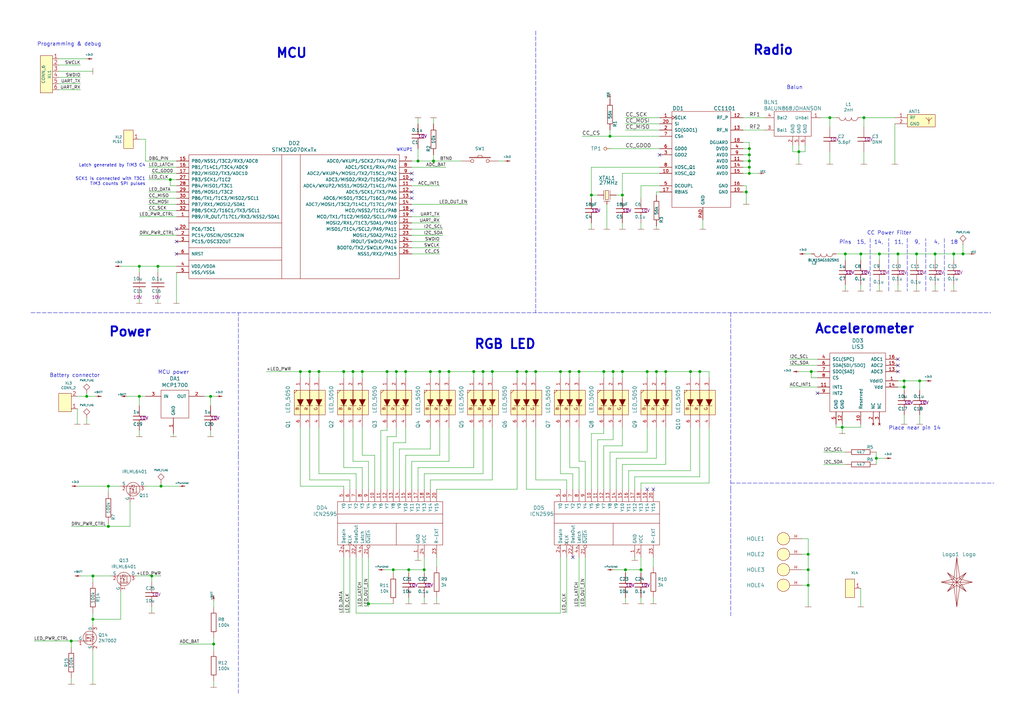
<source format=kicad_sch>
(kicad_sch (version 20210621) (generator eeschema)
  (paper "A3")
  (junction (at 29.21 262.89) (diameter 1.016))
  (junction (at 35.56 162.56) (diameter 1.016))
  (junction (at 38.1 236.22) (diameter 1.016))
  (junction (at 38.1 254) (diameter 1.016))
  (junction (at 44.45 199.39) (diameter 1.016))
  (junction (at 44.45 215.9) (diameter 1.016))
  (junction (at 57.15 109.22) (diameter 1.016))
  (junction (at 57.15 162.56) (diameter 1.016))
  (junction (at 62.23 236.22) (diameter 1.016))
  (junction (at 64.77 109.22) (diameter 1.016))
  (junction (at 66.04 199.39) (diameter 1.016))
  (junction (at 69.85 73.66) (diameter 1.016))
  (junction (at 86.36 162.56) (diameter 1.016))
  (junction (at 87.63 264.16) (diameter 1.016))
  (junction (at 123.19 152.4) (diameter 1.016))
  (junction (at 127 152.4) (diameter 1.016))
  (junction (at 130.81 152.4) (diameter 1.016))
  (junction (at 140.97 152.4) (diameter 1.016))
  (junction (at 144.78 152.4) (diameter 1.016))
  (junction (at 148.59 152.4) (diameter 1.016))
  (junction (at 151.13 247.65) (diameter 1.016))
  (junction (at 158.75 152.4) (diameter 1.016))
  (junction (at 161.29 233.68) (diameter 1.016))
  (junction (at 162.56 152.4) (diameter 1.016))
  (junction (at 166.37 152.4) (diameter 1.016))
  (junction (at 167.64 233.68) (diameter 1.016))
  (junction (at 171.45 66.04) (diameter 1.016))
  (junction (at 173.99 233.68) (diameter 1.016))
  (junction (at 176.53 152.4) (diameter 1.016))
  (junction (at 177.8 66.04) (diameter 1.016))
  (junction (at 180.34 152.4) (diameter 1.016))
  (junction (at 184.15 152.4) (diameter 1.016))
  (junction (at 194.31 152.4) (diameter 1.016))
  (junction (at 198.12 152.4) (diameter 1.016))
  (junction (at 201.93 152.4) (diameter 1.016))
  (junction (at 212.09 152.4) (diameter 1.016))
  (junction (at 215.9 152.4) (diameter 1.016))
  (junction (at 219.71 152.4) (diameter 1.016))
  (junction (at 229.87 152.4) (diameter 1.016))
  (junction (at 233.68 152.4) (diameter 1.016))
  (junction (at 237.49 152.4) (diameter 1.016))
  (junction (at 242.57 80.01) (diameter 1.016))
  (junction (at 247.65 152.4) (diameter 1.016))
  (junction (at 250.19 55.88) (diameter 1.016))
  (junction (at 251.46 152.4) (diameter 1.016))
  (junction (at 255.27 80.01) (diameter 1.016))
  (junction (at 255.27 152.4) (diameter 1.016))
  (junction (at 256.54 233.68) (diameter 1.016))
  (junction (at 262.89 233.68) (diameter 1.016))
  (junction (at 265.43 152.4) (diameter 1.016))
  (junction (at 269.24 152.4) (diameter 1.016))
  (junction (at 273.05 152.4) (diameter 1.016))
  (junction (at 283.21 152.4) (diameter 1.016))
  (junction (at 287.02 152.4) (diameter 1.016))
  (junction (at 306.07 78.74) (diameter 1.016))
  (junction (at 307.34 60.96) (diameter 1.016))
  (junction (at 307.34 63.5) (diameter 1.016))
  (junction (at 307.34 66.04) (diameter 1.016))
  (junction (at 307.34 68.58) (diameter 1.016))
  (junction (at 307.34 71.12) (diameter 1.016))
  (junction (at 327.66 62.23) (diameter 1.016))
  (junction (at 331.47 227.33) (diameter 1.016))
  (junction (at 331.47 233.68) (diameter 1.016))
  (junction (at 331.47 240.03) (diameter 1.016))
  (junction (at 332.74 152.4) (diameter 1.016))
  (junction (at 340.36 48.26) (diameter 1.016))
  (junction (at 345.44 175.26) (diameter 1.016))
  (junction (at 346.71 104.14) (diameter 1.016))
  (junction (at 353.06 104.14) (diameter 1.016))
  (junction (at 354.33 48.26) (diameter 1.016))
  (junction (at 359.41 187.96) (diameter 1.016))
  (junction (at 360.68 104.14) (diameter 1.016))
  (junction (at 368.3 104.14) (diameter 1.016))
  (junction (at 370.84 156.21) (diameter 1.016))
  (junction (at 370.84 158.75) (diameter 1.016))
  (junction (at 375.92 104.14) (diameter 1.016))
  (junction (at 377.19 156.21) (diameter 1.016))
  (junction (at 383.54 104.14) (diameter 1.016))
  (junction (at 391.16 104.14) (diameter 1.016))
  (junction (at 394.97 104.14) (diameter 1.016))
  (no_connect (at 72.39 93.98))
  (no_connect (at 72.39 99.06))
  (no_connect (at 72.39 104.14))
  (no_connect (at 168.91 71.12))
  (no_connect (at 168.91 73.66))
  (no_connect (at 168.91 78.74))
  (no_connect (at 168.91 81.28))
  (no_connect (at 168.91 86.36))
  (no_connect (at 234.95 228.6))
  (no_connect (at 265.43 200.66))
  (no_connect (at 267.97 200.66))
  (no_connect (at 270.51 63.5))
  (no_connect (at 335.28 161.29))
  (no_connect (at 368.3 147.32))
  (no_connect (at 368.3 149.86))
  (no_connect (at 368.3 152.4))
  (wire (pts (xy 13.97 262.89) (xy 29.21 262.89)))
  (wire (pts (xy 24.13 24.13) (xy 35.56 24.13)))
  (wire (pts (xy 24.13 29.21) (xy 38.1 29.21)))
  (wire (pts (xy 24.13 31.75) (xy 33.02 31.75)))
  (wire (pts (xy 24.13 36.83) (xy 33.02 36.83)))
  (wire (pts (xy 29.21 215.9) (xy 44.45 215.9)))
  (wire (pts (xy 29.21 262.89) (xy 29.21 265.43)))
  (wire (pts (xy 29.21 280.67) (xy 29.21 278.13)))
  (wire (pts (xy 31.75 167.64) (xy 31.75 173.99)))
  (wire (pts (xy 31.75 199.39) (xy 44.45 199.39)))
  (wire (pts (xy 31.75 262.89) (xy 29.21 262.89)))
  (wire (pts (xy 33.02 26.67) (xy 24.13 26.67)))
  (wire (pts (xy 33.02 34.29) (xy 24.13 34.29)))
  (wire (pts (xy 33.02 236.22) (xy 38.1 236.22)))
  (wire (pts (xy 35.56 161.29) (xy 35.56 162.56)))
  (wire (pts (xy 35.56 162.56) (xy 31.75 162.56)))
  (wire (pts (xy 35.56 171.45) (xy 35.56 173.99)))
  (wire (pts (xy 38.1 236.22) (xy 38.1 238.76)))
  (wire (pts (xy 38.1 236.22) (xy 45.72 236.22)))
  (wire (pts (xy 38.1 251.46) (xy 38.1 254)))
  (wire (pts (xy 38.1 254) (xy 38.1 256.54)))
  (wire (pts (xy 38.1 280.67) (xy 38.1 266.7)))
  (wire (pts (xy 39.37 162.56) (xy 35.56 162.56)))
  (wire (pts (xy 44.45 199.39) (xy 44.45 201.93)))
  (wire (pts (xy 44.45 199.39) (xy 49.53 199.39)))
  (wire (pts (xy 44.45 214.63) (xy 44.45 215.9)))
  (wire (pts (xy 44.45 215.9) (xy 53.34 215.9)))
  (wire (pts (xy 49.53 109.22) (xy 57.15 109.22)))
  (wire (pts (xy 49.53 242.57) (xy 49.53 254)))
  (wire (pts (xy 49.53 254) (xy 38.1 254)))
  (wire (pts (xy 52.07 162.56) (xy 57.15 162.56)))
  (wire (pts (xy 53.34 215.9) (xy 53.34 205.74)))
  (wire (pts (xy 55.88 236.22) (xy 62.23 236.22)))
  (wire (pts (xy 57.15 57.15) (xy 59.69 57.15)))
  (wire (pts (xy 57.15 88.9) (xy 72.39 88.9)))
  (wire (pts (xy 57.15 96.52) (xy 72.39 96.52)))
  (wire (pts (xy 57.15 109.22) (xy 57.15 111.76)))
  (wire (pts (xy 57.15 109.22) (xy 64.77 109.22)))
  (wire (pts (xy 57.15 121.92) (xy 57.15 124.46)))
  (wire (pts (xy 57.15 162.56) (xy 57.15 166.37)))
  (wire (pts (xy 57.15 162.56) (xy 59.69 162.56)))
  (wire (pts (xy 57.15 176.53) (xy 57.15 179.07)))
  (wire (pts (xy 59.69 57.15) (xy 59.69 66.04)))
  (wire (pts (xy 59.69 66.04) (xy 72.39 66.04)))
  (wire (pts (xy 59.69 199.39) (xy 66.04 199.39)))
  (wire (pts (xy 60.96 68.58) (xy 72.39 68.58)))
  (wire (pts (xy 60.96 73.66) (xy 69.85 73.66)))
  (wire (pts (xy 60.96 78.74) (xy 72.39 78.74)))
  (wire (pts (xy 60.96 81.28) (xy 72.39 81.28)))
  (wire (pts (xy 62.23 71.12) (xy 72.39 71.12)))
  (wire (pts (xy 62.23 236.22) (xy 62.23 238.76)))
  (wire (pts (xy 62.23 236.22) (xy 66.04 236.22)))
  (wire (pts (xy 62.23 248.92) (xy 62.23 251.46)))
  (wire (pts (xy 64.77 109.22) (xy 64.77 111.76)))
  (wire (pts (xy 64.77 109.22) (xy 72.39 109.22)))
  (wire (pts (xy 64.77 121.92) (xy 64.77 124.46)))
  (wire (pts (xy 66.04 198.12) (xy 66.04 199.39)))
  (wire (pts (xy 66.04 199.39) (xy 73.66 199.39)))
  (wire (pts (xy 69.85 73.66) (xy 72.39 73.66)))
  (wire (pts (xy 69.85 76.2) (xy 69.85 73.66)))
  (wire (pts (xy 71.12 179.07) (xy 71.12 177.8)))
  (wire (pts (xy 72.39 76.2) (xy 69.85 76.2)))
  (wire (pts (xy 72.39 83.82) (xy 60.96 83.82)))
  (wire (pts (xy 72.39 86.36) (xy 60.96 86.36)))
  (wire (pts (xy 72.39 111.76) (xy 72.39 124.46)))
  (wire (pts (xy 73.66 264.16) (xy 87.63 264.16)))
  (wire (pts (xy 83.82 162.56) (xy 86.36 162.56)))
  (wire (pts (xy 86.36 162.56) (xy 86.36 166.37)))
  (wire (pts (xy 86.36 162.56) (xy 88.9 162.56)))
  (wire (pts (xy 86.36 176.53) (xy 86.36 179.07)))
  (wire (pts (xy 87.63 246.38) (xy 87.63 248.92)))
  (wire (pts (xy 87.63 264.16) (xy 87.63 261.62)))
  (wire (pts (xy 87.63 266.7) (xy 87.63 264.16)))
  (wire (pts (xy 87.63 281.94) (xy 87.63 279.4)))
  (wire (pts (xy 109.22 152.4) (xy 123.19 152.4)))
  (wire (pts (xy 123.19 152.4) (xy 123.19 154.94)))
  (wire (pts (xy 123.19 152.4) (xy 127 152.4)))
  (wire (pts (xy 123.19 199.39) (xy 123.19 175.26)))
  (wire (pts (xy 123.19 199.39) (xy 140.97 199.39)))
  (wire (pts (xy 127 152.4) (xy 127 154.94)))
  (wire (pts (xy 127 152.4) (xy 130.81 152.4)))
  (wire (pts (xy 127 175.26) (xy 127 196.85)))
  (wire (pts (xy 127 196.85) (xy 143.51 196.85)))
  (wire (pts (xy 130.81 152.4) (xy 130.81 154.94)))
  (wire (pts (xy 130.81 152.4) (xy 140.97 152.4)))
  (wire (pts (xy 130.81 194.31) (xy 130.81 175.26)))
  (wire (pts (xy 140.97 152.4) (xy 140.97 154.94)))
  (wire (pts (xy 140.97 152.4) (xy 144.78 152.4)))
  (wire (pts (xy 140.97 175.26) (xy 140.97 191.77)))
  (wire (pts (xy 140.97 191.77) (xy 148.59 191.77)))
  (wire (pts (xy 140.97 199.39) (xy 140.97 200.66)))
  (wire (pts (xy 140.97 228.6) (xy 140.97 251.46)))
  (wire (pts (xy 143.51 196.85) (xy 143.51 200.66)))
  (wire (pts (xy 143.51 228.6) (xy 143.51 251.46)))
  (wire (pts (xy 144.78 152.4) (xy 144.78 154.94)))
  (wire (pts (xy 144.78 152.4) (xy 148.59 152.4)))
  (wire (pts (xy 144.78 189.23) (xy 144.78 175.26)))
  (wire (pts (xy 146.05 194.31) (xy 130.81 194.31)))
  (wire (pts (xy 146.05 200.66) (xy 146.05 194.31)))
  (wire (pts (xy 146.05 228.6) (xy 146.05 251.46)))
  (wire (pts (xy 146.05 251.46) (xy 229.87 251.46)))
  (wire (pts (xy 148.59 152.4) (xy 148.59 154.94)))
  (wire (pts (xy 148.59 152.4) (xy 158.75 152.4)))
  (wire (pts (xy 148.59 175.26) (xy 148.59 186.69)))
  (wire (pts (xy 148.59 186.69) (xy 153.67 186.69)))
  (wire (pts (xy 148.59 191.77) (xy 148.59 200.66)))
  (wire (pts (xy 148.59 228.6) (xy 148.59 248.92)))
  (wire (pts (xy 151.13 189.23) (xy 144.78 189.23)))
  (wire (pts (xy 151.13 200.66) (xy 151.13 189.23)))
  (wire (pts (xy 151.13 228.6) (xy 151.13 247.65)))
  (wire (pts (xy 151.13 247.65) (xy 151.13 248.92)))
  (wire (pts (xy 151.13 247.65) (xy 161.29 247.65)))
  (wire (pts (xy 153.67 186.69) (xy 153.67 200.66)))
  (wire (pts (xy 156.21 176.53) (xy 158.75 176.53)))
  (wire (pts (xy 156.21 200.66) (xy 156.21 176.53)))
  (wire (pts (xy 157.48 233.68) (xy 161.29 233.68)))
  (wire (pts (xy 158.75 152.4) (xy 158.75 154.94)))
  (wire (pts (xy 158.75 152.4) (xy 162.56 152.4)))
  (wire (pts (xy 158.75 176.53) (xy 158.75 175.26)))
  (wire (pts (xy 158.75 179.07) (xy 162.56 179.07)))
  (wire (pts (xy 158.75 200.66) (xy 158.75 179.07)))
  (wire (pts (xy 161.29 181.61) (xy 166.37 181.61)))
  (wire (pts (xy 161.29 200.66) (xy 161.29 181.61)))
  (wire (pts (xy 161.29 233.68) (xy 167.64 233.68)))
  (wire (pts (xy 161.29 234.95) (xy 161.29 233.68)))
  (wire (pts (xy 162.56 152.4) (xy 162.56 154.94)))
  (wire (pts (xy 162.56 152.4) (xy 166.37 152.4)))
  (wire (pts (xy 162.56 179.07) (xy 162.56 175.26)))
  (wire (pts (xy 163.83 184.15) (xy 176.53 184.15)))
  (wire (pts (xy 163.83 200.66) (xy 163.83 184.15)))
  (wire (pts (xy 166.37 152.4) (xy 166.37 154.94)))
  (wire (pts (xy 166.37 152.4) (xy 176.53 152.4)))
  (wire (pts (xy 166.37 181.61) (xy 166.37 175.26)))
  (wire (pts (xy 166.37 186.69) (xy 180.34 186.69)))
  (wire (pts (xy 166.37 200.66) (xy 166.37 186.69)))
  (wire (pts (xy 167.64 233.68) (xy 167.64 234.95)))
  (wire (pts (xy 167.64 233.68) (xy 173.99 233.68)))
  (wire (pts (xy 167.64 245.11) (xy 167.64 247.65)))
  (wire (pts (xy 168.91 66.04) (xy 171.45 66.04)))
  (wire (pts (xy 168.91 76.2) (xy 180.34 76.2)))
  (wire (pts (xy 168.91 83.82) (xy 191.77 83.82)))
  (wire (pts (xy 168.91 88.9) (xy 180.34 88.9)))
  (wire (pts (xy 168.91 93.98) (xy 181.61 93.98)))
  (wire (pts (xy 168.91 99.06) (xy 180.34 99.06)))
  (wire (pts (xy 168.91 189.23) (xy 184.15 189.23)))
  (wire (pts (xy 168.91 200.66) (xy 168.91 189.23)))
  (wire (pts (xy 171.45 50.8) (xy 171.45 48.26)))
  (wire (pts (xy 171.45 60.96) (xy 171.45 66.04)))
  (wire (pts (xy 171.45 66.04) (xy 177.8 66.04)))
  (wire (pts (xy 171.45 191.77) (xy 194.31 191.77)))
  (wire (pts (xy 171.45 200.66) (xy 171.45 191.77)))
  (wire (pts (xy 171.45 228.6) (xy 171.45 229.87)))
  (wire (pts (xy 173.99 194.31) (xy 198.12 194.31)))
  (wire (pts (xy 173.99 200.66) (xy 173.99 194.31)))
  (wire (pts (xy 173.99 228.6) (xy 173.99 233.68)))
  (wire (pts (xy 173.99 233.68) (xy 173.99 234.95)))
  (wire (pts (xy 173.99 245.11) (xy 173.99 247.65)))
  (wire (pts (xy 176.53 152.4) (xy 176.53 154.94)))
  (wire (pts (xy 176.53 152.4) (xy 180.34 152.4)))
  (wire (pts (xy 176.53 184.15) (xy 176.53 175.26)))
  (wire (pts (xy 176.53 196.85) (xy 201.93 196.85)))
  (wire (pts (xy 176.53 200.66) (xy 176.53 196.85)))
  (wire (pts (xy 177.8 50.8) (xy 177.8 48.26)))
  (wire (pts (xy 177.8 66.04) (xy 177.8 63.5)))
  (wire (pts (xy 177.8 66.04) (xy 189.23 66.04)))
  (wire (pts (xy 179.07 200.66) (xy 212.09 200.66)))
  (wire (pts (xy 179.07 228.6) (xy 179.07 232.41)))
  (wire (pts (xy 179.07 245.11) (xy 179.07 247.65)))
  (wire (pts (xy 180.34 91.44) (xy 168.91 91.44)))
  (wire (pts (xy 180.34 101.6) (xy 168.91 101.6)))
  (wire (pts (xy 180.34 104.14) (xy 168.91 104.14)))
  (wire (pts (xy 180.34 152.4) (xy 180.34 154.94)))
  (wire (pts (xy 180.34 152.4) (xy 184.15 152.4)))
  (wire (pts (xy 180.34 186.69) (xy 180.34 175.26)))
  (wire (pts (xy 181.61 96.52) (xy 168.91 96.52)))
  (wire (pts (xy 182.88 68.58) (xy 168.91 68.58)))
  (wire (pts (xy 184.15 152.4) (xy 184.15 154.94)))
  (wire (pts (xy 184.15 152.4) (xy 194.31 152.4)))
  (wire (pts (xy 184.15 189.23) (xy 184.15 175.26)))
  (wire (pts (xy 194.31 152.4) (xy 194.31 154.94)))
  (wire (pts (xy 194.31 152.4) (xy 198.12 152.4)))
  (wire (pts (xy 194.31 191.77) (xy 194.31 175.26)))
  (wire (pts (xy 198.12 152.4) (xy 198.12 154.94)))
  (wire (pts (xy 198.12 152.4) (xy 201.93 152.4)))
  (wire (pts (xy 198.12 194.31) (xy 198.12 175.26)))
  (wire (pts (xy 201.93 152.4) (xy 201.93 154.94)))
  (wire (pts (xy 201.93 152.4) (xy 212.09 152.4)))
  (wire (pts (xy 201.93 196.85) (xy 201.93 175.26)))
  (wire (pts (xy 204.47 66.04) (xy 207.01 66.04)))
  (wire (pts (xy 212.09 152.4) (xy 212.09 154.94)))
  (wire (pts (xy 212.09 152.4) (xy 215.9 152.4)))
  (wire (pts (xy 212.09 175.26) (xy 212.09 200.66)))
  (wire (pts (xy 215.9 152.4) (xy 215.9 154.94)))
  (wire (pts (xy 215.9 152.4) (xy 219.71 152.4)))
  (wire (pts (xy 215.9 175.26) (xy 215.9 200.66)))
  (wire (pts (xy 215.9 200.66) (xy 229.87 200.66)))
  (wire (pts (xy 219.71 152.4) (xy 219.71 154.94)))
  (wire (pts (xy 219.71 152.4) (xy 229.87 152.4)))
  (wire (pts (xy 219.71 196.85) (xy 219.71 175.26)))
  (wire (pts (xy 229.87 152.4) (xy 229.87 154.94)))
  (wire (pts (xy 229.87 152.4) (xy 233.68 152.4)))
  (wire (pts (xy 229.87 175.26) (xy 229.87 194.31)))
  (wire (pts (xy 229.87 194.31) (xy 234.95 194.31)))
  (wire (pts (xy 229.87 228.6) (xy 229.87 251.46)))
  (wire (pts (xy 232.41 196.85) (xy 219.71 196.85)))
  (wire (pts (xy 232.41 200.66) (xy 232.41 196.85)))
  (wire (pts (xy 232.41 228.6) (xy 232.41 251.46)))
  (wire (pts (xy 233.68 152.4) (xy 233.68 154.94)))
  (wire (pts (xy 233.68 152.4) (xy 237.49 152.4)))
  (wire (pts (xy 233.68 191.77) (xy 233.68 175.26)))
  (wire (pts (xy 234.95 194.31) (xy 234.95 200.66)))
  (wire (pts (xy 237.49 152.4) (xy 237.49 154.94)))
  (wire (pts (xy 237.49 152.4) (xy 247.65 152.4)))
  (wire (pts (xy 237.49 175.26) (xy 237.49 189.23)))
  (wire (pts (xy 237.49 189.23) (xy 240.03 189.23)))
  (wire (pts (xy 237.49 191.77) (xy 233.68 191.77)))
  (wire (pts (xy 237.49 200.66) (xy 237.49 191.77)))
  (wire (pts (xy 237.49 228.6) (xy 237.49 248.92)))
  (wire (pts (xy 238.76 55.88) (xy 250.19 55.88)))
  (wire (pts (xy 240.03 189.23) (xy 240.03 200.66)))
  (wire (pts (xy 240.03 228.6) (xy 240.03 248.92)))
  (wire (pts (xy 242.57 68.58) (xy 242.57 80.01)))
  (wire (pts (xy 242.57 80.01) (xy 242.57 81.28)))
  (wire (pts (xy 242.57 91.44) (xy 242.57 93.98)))
  (wire (pts (xy 242.57 177.8) (xy 247.65 177.8)))
  (wire (pts (xy 242.57 200.66) (xy 242.57 177.8)))
  (wire (pts (xy 245.11 80.01) (xy 242.57 80.01)))
  (wire (pts (xy 245.11 180.34) (xy 251.46 180.34)))
  (wire (pts (xy 245.11 200.66) (xy 245.11 180.34)))
  (wire (pts (xy 247.65 152.4) (xy 247.65 154.94)))
  (wire (pts (xy 247.65 152.4) (xy 251.46 152.4)))
  (wire (pts (xy 247.65 177.8) (xy 247.65 175.26)))
  (wire (pts (xy 247.65 182.88) (xy 255.27 182.88)))
  (wire (pts (xy 247.65 200.66) (xy 247.65 182.88)))
  (wire (pts (xy 248.92 83.82) (xy 248.92 93.98)))
  (wire (pts (xy 250.19 53.34) (xy 250.19 55.88)))
  (wire (pts (xy 250.19 55.88) (xy 270.51 55.88)))
  (wire (pts (xy 250.19 60.96) (xy 270.51 60.96)))
  (wire (pts (xy 250.19 185.42) (xy 265.43 185.42)))
  (wire (pts (xy 250.19 200.66) (xy 250.19 185.42)))
  (wire (pts (xy 251.46 152.4) (xy 251.46 154.94)))
  (wire (pts (xy 251.46 152.4) (xy 255.27 152.4)))
  (wire (pts (xy 251.46 180.34) (xy 251.46 175.26)))
  (wire (pts (xy 251.46 233.68) (xy 256.54 233.68)))
  (wire (pts (xy 252.73 80.01) (xy 255.27 80.01)))
  (wire (pts (xy 252.73 187.96) (xy 269.24 187.96)))
  (wire (pts (xy 252.73 200.66) (xy 252.73 187.96)))
  (wire (pts (xy 255.27 71.12) (xy 270.51 71.12)))
  (wire (pts (xy 255.27 80.01) (xy 255.27 71.12)))
  (wire (pts (xy 255.27 81.28) (xy 255.27 80.01)))
  (wire (pts (xy 255.27 91.44) (xy 255.27 93.98)))
  (wire (pts (xy 255.27 152.4) (xy 255.27 154.94)))
  (wire (pts (xy 255.27 152.4) (xy 265.43 152.4)))
  (wire (pts (xy 255.27 182.88) (xy 255.27 175.26)))
  (wire (pts (xy 255.27 190.5) (xy 273.05 190.5)))
  (wire (pts (xy 255.27 200.66) (xy 255.27 190.5)))
  (wire (pts (xy 256.54 48.26) (xy 270.51 48.26)))
  (wire (pts (xy 256.54 50.8) (xy 270.51 50.8)))
  (wire (pts (xy 256.54 53.34) (xy 270.51 53.34)))
  (wire (pts (xy 256.54 233.68) (xy 256.54 234.95)))
  (wire (pts (xy 256.54 233.68) (xy 262.89 233.68)))
  (wire (pts (xy 256.54 245.11) (xy 256.54 247.65)))
  (wire (pts (xy 257.81 193.04) (xy 283.21 193.04)))
  (wire (pts (xy 257.81 200.66) (xy 257.81 193.04)))
  (wire (pts (xy 260.35 195.58) (xy 287.02 195.58)))
  (wire (pts (xy 260.35 200.66) (xy 260.35 195.58)))
  (wire (pts (xy 260.35 228.6) (xy 260.35 229.87)))
  (wire (pts (xy 262.89 76.2) (xy 262.89 81.28)))
  (wire (pts (xy 262.89 91.44) (xy 262.89 93.98)))
  (wire (pts (xy 262.89 198.12) (xy 290.83 198.12)))
  (wire (pts (xy 262.89 200.66) (xy 262.89 198.12)))
  (wire (pts (xy 262.89 228.6) (xy 262.89 233.68)))
  (wire (pts (xy 262.89 233.68) (xy 262.89 234.95)))
  (wire (pts (xy 262.89 245.11) (xy 262.89 247.65)))
  (wire (pts (xy 265.43 152.4) (xy 265.43 154.94)))
  (wire (pts (xy 265.43 152.4) (xy 269.24 152.4)))
  (wire (pts (xy 265.43 185.42) (xy 265.43 175.26)))
  (wire (pts (xy 267.97 228.6) (xy 267.97 232.41)))
  (wire (pts (xy 267.97 245.11) (xy 267.97 247.65)))
  (wire (pts (xy 269.24 78.74) (xy 270.51 78.74)))
  (wire (pts (xy 269.24 80.01) (xy 269.24 78.74)))
  (wire (pts (xy 269.24 92.71) (xy 269.24 93.98)))
  (wire (pts (xy 269.24 152.4) (xy 269.24 154.94)))
  (wire (pts (xy 269.24 152.4) (xy 273.05 152.4)))
  (wire (pts (xy 269.24 187.96) (xy 269.24 175.26)))
  (wire (pts (xy 270.51 68.58) (xy 242.57 68.58)))
  (wire (pts (xy 270.51 76.2) (xy 262.89 76.2)))
  (wire (pts (xy 273.05 152.4) (xy 273.05 154.94)))
  (wire (pts (xy 273.05 152.4) (xy 283.21 152.4)))
  (wire (pts (xy 273.05 190.5) (xy 273.05 175.26)))
  (wire (pts (xy 283.21 152.4) (xy 283.21 154.94)))
  (wire (pts (xy 283.21 152.4) (xy 287.02 152.4)))
  (wire (pts (xy 283.21 193.04) (xy 283.21 175.26)))
  (wire (pts (xy 287.02 152.4) (xy 287.02 154.94)))
  (wire (pts (xy 287.02 152.4) (xy 290.83 152.4)))
  (wire (pts (xy 287.02 195.58) (xy 287.02 175.26)))
  (wire (pts (xy 288.29 90.17) (xy 288.29 93.98)))
  (wire (pts (xy 290.83 152.4) (xy 290.83 154.94)))
  (wire (pts (xy 290.83 198.12) (xy 290.83 175.26)))
  (wire (pts (xy 304.8 48.26) (xy 313.69 48.26)))
  (wire (pts (xy 304.8 58.42) (xy 307.34 58.42)))
  (wire (pts (xy 304.8 60.96) (xy 307.34 60.96)))
  (wire (pts (xy 304.8 63.5) (xy 307.34 63.5)))
  (wire (pts (xy 304.8 66.04) (xy 307.34 66.04)))
  (wire (pts (xy 304.8 68.58) (xy 307.34 68.58)))
  (wire (pts (xy 304.8 71.12) (xy 307.34 71.12)))
  (wire (pts (xy 304.8 78.74) (xy 306.07 78.74)))
  (wire (pts (xy 306.07 76.2) (xy 304.8 76.2)))
  (wire (pts (xy 306.07 78.74) (xy 306.07 76.2)))
  (wire (pts (xy 306.07 83.82) (xy 306.07 78.74)))
  (wire (pts (xy 307.34 58.42) (xy 307.34 60.96)))
  (wire (pts (xy 307.34 60.96) (xy 307.34 63.5)))
  (wire (pts (xy 307.34 63.5) (xy 307.34 66.04)))
  (wire (pts (xy 307.34 66.04) (xy 307.34 68.58)))
  (wire (pts (xy 307.34 68.58) (xy 307.34 71.12)))
  (wire (pts (xy 307.34 71.12) (xy 311.15 71.12)))
  (wire (pts (xy 313.69 53.34) (xy 304.8 53.34)))
  (wire (pts (xy 323.85 147.32) (xy 335.28 147.32)))
  (wire (pts (xy 323.85 158.75) (xy 335.28 158.75)))
  (wire (pts (xy 325.12 59.69) (xy 325.12 62.23)))
  (wire (pts (xy 325.12 62.23) (xy 327.66 62.23)))
  (wire (pts (xy 327.66 59.69) (xy 327.66 62.23)))
  (wire (pts (xy 327.66 62.23) (xy 327.66 67.31)))
  (wire (pts (xy 327.66 62.23) (xy 330.2 62.23)))
  (wire (pts (xy 327.66 152.4) (xy 332.74 152.4)))
  (wire (pts (xy 328.93 227.33) (xy 331.47 227.33)))
  (wire (pts (xy 328.93 233.68) (xy 331.47 233.68)))
  (wire (pts (xy 328.93 240.03) (xy 331.47 240.03)))
  (wire (pts (xy 330.2 62.23) (xy 330.2 59.69)))
  (wire (pts (xy 330.2 104.14) (xy 332.74 104.14)))
  (wire (pts (xy 331.47 220.98) (xy 328.93 220.98)))
  (wire (pts (xy 331.47 227.33) (xy 331.47 220.98)))
  (wire (pts (xy 331.47 233.68) (xy 331.47 227.33)))
  (wire (pts (xy 331.47 240.03) (xy 331.47 233.68)))
  (wire (pts (xy 331.47 240.03) (xy 331.47 248.92)))
  (wire (pts (xy 332.74 152.4) (xy 335.28 152.4)))
  (wire (pts (xy 332.74 154.94) (xy 332.74 152.4)))
  (wire (pts (xy 335.28 149.86) (xy 323.85 149.86)))
  (wire (pts (xy 335.28 154.94) (xy 332.74 154.94)))
  (wire (pts (xy 336.55 48.26) (xy 340.36 48.26)))
  (wire (pts (xy 337.82 185.42) (xy 346.71 185.42)))
  (wire (pts (xy 337.82 190.5) (xy 346.71 190.5)))
  (wire (pts (xy 340.36 48.26) (xy 342.9 48.26)))
  (wire (pts (xy 340.36 52.07) (xy 340.36 48.26)))
  (wire (pts (xy 340.36 67.31) (xy 340.36 62.23)))
  (wire (pts (xy 342.9 104.14) (xy 346.71 104.14)))
  (wire (pts (xy 342.9 175.26) (xy 342.9 173.99)))
  (wire (pts (xy 342.9 175.26) (xy 345.44 175.26)))
  (wire (pts (xy 345.44 173.99) (xy 345.44 175.26)))
  (wire (pts (xy 345.44 175.26) (xy 345.44 177.8)))
  (wire (pts (xy 345.44 175.26) (xy 353.06 175.26)))
  (wire (pts (xy 346.71 104.14) (xy 353.06 104.14)))
  (wire (pts (xy 346.71 106.68) (xy 346.71 104.14)))
  (wire (pts (xy 346.71 116.84) (xy 346.71 119.38)))
  (wire (pts (xy 353.06 48.26) (xy 354.33 48.26)))
  (wire (pts (xy 353.06 104.14) (xy 360.68 104.14)))
  (wire (pts (xy 353.06 106.68) (xy 353.06 104.14)))
  (wire (pts (xy 353.06 116.84) (xy 353.06 119.38)))
  (wire (pts (xy 353.06 175.26) (xy 353.06 173.99)))
  (wire (pts (xy 353.06 241.3) (xy 353.06 248.92)))
  (wire (pts (xy 354.33 48.26) (xy 354.33 52.07)))
  (wire (pts (xy 354.33 48.26) (xy 367.03 48.26)))
  (wire (pts (xy 354.33 67.31) (xy 354.33 62.23)))
  (wire (pts (xy 359.41 185.42) (xy 359.41 187.96)))
  (wire (pts (xy 359.41 187.96) (xy 359.41 190.5)))
  (wire (pts (xy 359.41 187.96) (xy 363.22 187.96)))
  (wire (pts (xy 360.68 104.14) (xy 368.3 104.14)))
  (wire (pts (xy 360.68 106.68) (xy 360.68 104.14)))
  (wire (pts (xy 360.68 116.84) (xy 360.68 119.38)))
  (wire (pts (xy 367.03 50.8) (xy 367.03 67.31)))
  (wire (pts (xy 368.3 104.14) (xy 375.92 104.14)))
  (wire (pts (xy 368.3 106.68) (xy 368.3 104.14)))
  (wire (pts (xy 368.3 116.84) (xy 368.3 119.38)))
  (wire (pts (xy 370.84 156.21) (xy 368.3 156.21)))
  (wire (pts (xy 370.84 156.21) (xy 370.84 158.75)))
  (wire (pts (xy 370.84 158.75) (xy 368.3 158.75)))
  (wire (pts (xy 370.84 158.75) (xy 370.84 160.02)))
  (wire (pts (xy 370.84 170.18) (xy 370.84 173.99)))
  (wire (pts (xy 375.92 104.14) (xy 383.54 104.14)))
  (wire (pts (xy 375.92 106.68) (xy 375.92 104.14)))
  (wire (pts (xy 375.92 116.84) (xy 375.92 119.38)))
  (wire (pts (xy 377.19 156.21) (xy 370.84 156.21)))
  (wire (pts (xy 377.19 160.02) (xy 377.19 156.21)))
  (wire (pts (xy 377.19 170.18) (xy 377.19 173.99)))
  (wire (pts (xy 379.73 156.21) (xy 377.19 156.21)))
  (wire (pts (xy 383.54 104.14) (xy 391.16 104.14)))
  (wire (pts (xy 383.54 106.68) (xy 383.54 104.14)))
  (wire (pts (xy 383.54 116.84) (xy 383.54 119.38)))
  (wire (pts (xy 391.16 104.14) (xy 394.97 104.14)))
  (wire (pts (xy 391.16 106.68) (xy 391.16 104.14)))
  (wire (pts (xy 391.16 116.84) (xy 391.16 119.38)))
  (wire (pts (xy 394.97 104.14) (xy 394.97 100.33)))
  (wire (pts (xy 394.97 104.14) (xy 397.51 104.14)))
  (polyline (pts (xy 12.7 128.27) (xy 406.4 128.27)) (stroke (width 0) (type dash)))
  (polyline (pts (xy 97.79 186.69) (xy 97.79 128.27)) (stroke (width 0) (type dash)))
  (polyline (pts (xy 97.79 186.69) (xy 97.79 284.48)) (stroke (width 0) (type dash)))
  (polyline (pts (xy 219.71 12.7) (xy 219.71 128.27)) (stroke (width 0) (type dash)))
  (polyline (pts (xy 299.72 128.27) (xy 299.72 200.66)) (stroke (width 0) (type dash)))
  (polyline (pts (xy 299.72 198.12) (xy 407.67 198.12)) (stroke (width 0) (type dash)))
  (polyline (pts (xy 299.72 200.66) (xy 299.72 252.73)) (stroke (width 0) (type dash)))
  (polyline (pts (xy 356.87 97.79) (xy 356.87 119.38)) (stroke (width 0) (type dash)))
  (polyline (pts (xy 364.49 119.38) (xy 364.49 97.79)) (stroke (width 0) (type dash)))
  (polyline (pts (xy 372.11 97.79) (xy 372.11 119.38)) (stroke (width 0) (type dash)))
  (polyline (pts (xy 379.73 119.38) (xy 379.73 97.79)) (stroke (width 0) (type dash)))
  (polyline (pts (xy 387.35 97.79) (xy 387.35 119.38)) (stroke (width 0) (type dash)))
  (text "Programming & debug" (at 15.24 19.05 0) (effects (font (size 1.524 1.524)) (justify left bottom)))
  (text "Battery connector" (at 20.32 154.94 0) (effects (font (size 1.524 1.524)) (justify left bottom)))
  (text "Power" (at 44.45 138.43 0) (effects (font (size 3.81 3.81) (thickness 0.762) bold) (justify left bottom)))
  (text "Latch generated by TIM3 C4" (at 59.69 68.58 180) (effects (font (size 1.27 1.27)) (justify right bottom)))
  (text "SCK1 is connected with T3C1\nTIM3 counts SPI pulses" (at 59.69 76.2 0) (effects (font (size 1.27 1.27)) (justify right bottom)))
  (text "MCU power" (at 64.77 153.67 0) (effects (font (size 1.524 1.524)) (justify left bottom)))
  (text "MCU" (at 113.03 24.13 0) (effects (font (size 3.81 3.81) (thickness 0.762) bold) (justify left bottom)))
  (text "WKUP1" (at 162.56 62.23 0) (effects (font (size 1.27 1.27)) (justify left bottom)))
  (text "RGB LED" (at 194.31 143.51 0) (effects (font (size 3.81 3.81) (thickness 0.762) bold) (justify left bottom)))
  (text "Radio\n" (at 308.61 22.86 0) (effects (font (size 3.81 3.81) (thickness 0.762) bold) (justify left bottom)))
  (text "Balun" (at 322.58 36.83 0) (effects (font (size 1.524 1.524)) (justify left bottom)))
  (text "Accelerometer" (at 334.01 137.16 0) (effects (font (size 3.81 3.81) (thickness 0.762) bold) (justify left bottom)))
  (text "Pins  15,   14,    11,    9,     4,    18" (at 344.17 100.33 0) (effects (font (size 1.524 1.524)) (justify left bottom)))
  (text "CC Power Filter" (at 355.6 96.52 0) (effects (font (size 1.524 1.524)) (justify left bottom)))
  (text "Place near pin 14" (at 364.49 176.53 0) (effects (font (size 1.524 1.524)) (justify left bottom)))
  (label "LED_PWR_CTRL" (at 13.97 262.89 0))
  (label "DRV_PWR_CTRL" (at 29.21 215.9 0))
  (label "SWCLK" (at 33.02 26.67 180))
  (label "SWDIO" (at 33.02 31.75 180))
  (label "UART_TX" (at 33.02 34.29 180))
  (label "UART_RX" (at 33.02 36.83 180))
  (label "LED_PWR_CTRL" (at 57.15 88.9 0))
  (label "DRV_PWR_CTRL" (at 57.15 96.52 0))
  (label "DBG_PIN" (at 60.96 66.04 0))
  (label "LED_LATCH" (at 60.96 68.58 0))
  (label "LED_CLK" (at 60.96 73.66 0))
  (label "LED_DATA" (at 60.96 78.74 0))
  (label "CC_MISO" (at 60.96 81.28 0))
  (label "CC_MOSI" (at 60.96 83.82 0))
  (label "CC_SCK" (at 60.96 86.36 0))
  (label "CC_GDO0" (at 62.23 71.12 0))
  (label "+LED_PWR" (at 66.04 236.22 180))
  (label "ADC_BAT" (at 73.66 264.16 0))
  (label "+LED_PWR" (at 109.22 152.4 0))
  (label "LED_DATA" (at 140.97 251.46 90))
  (label "LED_CLK" (at 143.51 251.46 90))
  (label "LED_LATCH" (at 148.59 248.92 90))
  (label "LED_OUT_EN" (at 151.13 248.92 90))
  (label "ACC_INT1" (at 180.34 76.2 180))
  (label "UART_TX" (at 180.34 88.9 180))
  (label "UART_RX" (at 180.34 91.44 180))
  (label "SWDIO" (at 180.34 99.06 180))
  (label "SWCLK" (at 180.34 101.6 180))
  (label "CC_CS" (at 180.34 104.14 180))
  (label "I2C_SCL" (at 181.61 93.98 180))
  (label "I2C_SDA" (at 181.61 96.52 180))
  (label "ADC_BAT" (at 182.88 68.58 180))
  (label "BTN0" (at 185.42 66.04 180))
  (label "LED_OUT_EN" (at 191.77 83.82 180))
  (label "LED_CLK" (at 232.41 251.46 90))
  (label "LED_LATCH" (at 237.49 248.92 90))
  (label "CC_CS" (at 238.76 55.88 0) (effects (font (size 1.524 1.524))))
  (label "LED_OUT_EN" (at 240.03 248.92 90))
  (label "CC_SCK" (at 256.54 48.26 0) (effects (font (size 1.524 1.524))))
  (label "CC_MOSI" (at 256.54 50.8 0) (effects (font (size 1.524 1.524))))
  (label "CC_MISO" (at 256.54 53.34 0) (effects (font (size 1.524 1.524))))
  (label "CC_GDO0" (at 256.54 60.96 0) (effects (font (size 1.524 1.524))))
  (label "RF1" (at 307.34 48.26 0) (effects (font (size 1.524 1.524))))
  (label "RF2" (at 307.34 53.34 0) (effects (font (size 1.524 1.524))))
  (label "I2C_SCL" (at 323.85 147.32 0))
  (label "I2C_SDA" (at 323.85 149.86 0))
  (label "ACC_INT1" (at 323.85 158.75 0))
  (label "I2C_SCL" (at 337.82 185.42 0))
  (label "I2C_SDA" (at 337.82 190.5 0))
  (symbol (lib_id "power:GND") (at 29.21 280.67 0) (unit 1)
    (property "Reference" "#PWR036" (effects hide))
    (property "Value" "GND" (effects hide))
  )
  (symbol (lib_id "power:GND") (at 31.75 173.99 0) (unit 1)
    (property "Reference" "#PWR040" (effects hide))
    (property "Value" "GND" (effects hide))
  )
  (symbol (lib_id "power:+3v3") (at 31.75 199.39 0) (mirror y) (unit 1)
    (property "Reference" "#PWR048" (effects hide))
    (property "Value" "+3v3" (at 30.8102 197.6628 0) (effects (font (size 0.762 0.762))))
  )
  (symbol (lib_id "power:+BATT") (at 33.02 236.22 0) (mirror y) (unit 1)
    (property "Reference" "#PWR034" (effects hide))
    (property "Value" "+BATT" (at 32.0294 234.4928 0) (effects (font (size 0.762 0.762))))
  )
  (symbol (lib_id "power:+3v3") (at 35.56 24.13 0) (unit 1)
    (property "Reference" "#PWR01" (effects hide))
    (property "Value" "+3v3" (at 36.4998 22.4028 0) (effects (font (size 0.762 0.762))))
  )
  (symbol (lib_id "power:GND") (at 35.56 173.99 0) (unit 1)
    (property "Reference" "#PWR0107" (effects hide))
    (property "Value" "GND" (effects hide))
  )
  (symbol (lib_id "power:GND") (at 38.1 29.21 270) (unit 1)
    (property "Reference" "#PWR02" (effects hide))
    (property "Value" "GND" (effects hide))
  )
  (symbol (lib_id "power:GND") (at 38.1 280.67 0) (unit 1)
    (property "Reference" "#PWR047" (effects hide))
    (property "Value" "GND" (effects hide))
  )
  (symbol (lib_id "power:+BATT") (at 39.37 162.56 0) (unit 1)
    (property "Reference" "#PWR037" (effects hide))
    (property "Value" "+BATT" (at 40.3352 160.8328 0) (effects (font (size 0.762 0.762))))
  )
  (symbol (lib_id "power:+3v3") (at 49.53 109.22 0) (mirror y) (unit 1)
    (property "Reference" "#PWR022" (effects hide))
    (property "Value" "+3v3" (at 48.5902 107.4928 0) (effects (font (size 0.762 0.762))))
  )
  (symbol (lib_id "power:+BATT") (at 52.07 162.56 0) (mirror y) (unit 1)
    (property "Reference" "#PWR038" (effects hide))
    (property "Value" "+BATT" (at 50.038 161.798 0) (effects (font (size 0.762 0.762))))
  )
  (symbol (lib_id "power:GND") (at 57.15 124.46 0) (unit 1)
    (property "Reference" "#PWR031" (effects hide))
    (property "Value" "GND" (effects hide))
  )
  (symbol (lib_id "power:GND") (at 57.15 179.07 0) (unit 1)
    (property "Reference" "#PWR044" (effects hide))
    (property "Value" "GND" (effects hide))
  )
  (symbol (lib_id "power:GND") (at 62.23 251.46 0) (unit 1)
    (property "Reference" "#PWR035" (effects hide))
    (property "Value" "GND" (effects hide))
  )
  (symbol (lib_id "power:GND") (at 64.77 124.46 0) (unit 1)
    (property "Reference" "#PWR032" (effects hide))
    (property "Value" "GND" (effects hide))
  )
  (symbol (lib_id "power:GND") (at 71.12 179.07 0) (unit 1)
    (property "Reference" "#PWR045" (effects hide))
    (property "Value" "GND" (effects hide))
  )
  (symbol (lib_id "power:GND") (at 72.39 124.46 0) (unit 1)
    (property "Reference" "#PWR033" (effects hide))
    (property "Value" "GND" (effects hide))
  )
  (symbol (lib_id "power:+PwrUnst") (at 73.66 199.39 0) (unit 1)
    (property "Reference" "#PWR0106" (effects hide))
    (property "Value" "+PwrUnst" (at 74.6125 198.12 0) (effects (font (size 0.762 0.762))))
  )
  (symbol (lib_id "power:GND") (at 86.36 179.07 0) (unit 1)
    (property "Reference" "#PWR046" (effects hide))
    (property "Value" "GND" (effects hide))
  )
  (symbol (lib_id "power:+BATT") (at 87.63 246.38 90) (unit 1)
    (property "Reference" "#PWR050" (effects hide))
    (property "Value" "+BATT" (at 86.868 244.348 0) (effects (font (size 0.762 0.762))))
  )
  (symbol (lib_id "power:GND") (at 87.63 281.94 0) (unit 1)
    (property "Reference" "#PWR0108" (effects hide))
    (property "Value" "GND" (effects hide))
  )
  (symbol (lib_id "power:+3v3") (at 88.9 162.56 0) (unit 1)
    (property "Reference" "#PWR039" (effects hide))
    (property "Value" "+3v3" (at 89.8398 160.8328 0) (effects (font (size 0.762 0.762))))
  )
  (symbol (lib_id "power:+PwrUnst") (at 157.48 233.68 0) (mirror y) (unit 1)
    (property "Reference" "#PWR0105" (effects hide))
    (property "Value" "+PwrUnst" (at 156.5275 232.41 0) (effects (font (size 0.762 0.762))))
  )
  (symbol (lib_id "power:GND") (at 167.64 247.65 0) (unit 1)
    (property "Reference" "#PWR055" (effects hide))
    (property "Value" "GND" (effects hide))
  )
  (symbol (lib_id "power:GND") (at 171.45 48.26 0) (mirror x) (unit 1)
    (property "Reference" "#PWR04" (effects hide))
    (property "Value" "GND" (effects hide))
  )
  (symbol (lib_id "power:GND") (at 171.45 229.87 0) (mirror y) (unit 1)
    (property "Reference" "#PWR051" (effects hide))
    (property "Value" "GND" (effects hide))
  )
  (symbol (lib_id "power:GND") (at 173.99 247.65 0) (unit 1)
    (property "Reference" "#PWR056" (effects hide))
    (property "Value" "GND" (effects hide))
  )
  (symbol (lib_id "power:GND") (at 177.8 48.26 0) (mirror x) (unit 1)
    (property "Reference" "#PWR05" (effects hide))
    (property "Value" "GND" (effects hide))
  )
  (symbol (lib_id "power:GND") (at 179.07 247.65 0) (unit 1)
    (property "Reference" "#PWR057" (effects hide))
    (property "Value" "GND" (effects hide))
  )
  (symbol (lib_id "power:+3v3") (at 207.01 66.04 0) (unit 1)
    (property "Reference" "#PWR06" (effects hide))
    (property "Value" "+3v3" (at 207.9498 64.3128 0) (effects (font (size 0.762 0.762))))
  )
  (symbol (lib_id "power:GND") (at 242.57 93.98 0) (unit 1)
    (property "Reference" "#PWR014" (effects hide))
    (property "Value" "GND" (effects hide))
  )
  (symbol (lib_id "power:GND") (at 248.92 93.98 0) (unit 1)
    (property "Reference" "#PWR015" (effects hide))
    (property "Value" "GND" (effects hide))
  )
  (symbol (lib_id "power:+PwrUnst") (at 251.46 233.68 0) (mirror y) (unit 1)
    (property "Reference" "#PWR0104" (effects hide))
    (property "Value" "+PwrUnst" (at 250.5075 232.41 0) (effects (font (size 0.762 0.762))))
  )
  (symbol (lib_id "power:GND") (at 255.27 93.98 0) (unit 1)
    (property "Reference" "#PWR016" (effects hide))
    (property "Value" "GND" (effects hide))
  )
  (symbol (lib_id "power:GND") (at 256.54 247.65 0) (unit 1)
    (property "Reference" "#PWR058" (effects hide))
    (property "Value" "GND" (effects hide))
  )
  (symbol (lib_id "power:GND") (at 260.35 229.87 0) (mirror y) (unit 1)
    (property "Reference" "#PWR052" (effects hide))
    (property "Value" "GND" (effects hide))
  )
  (symbol (lib_id "power:GND") (at 262.89 93.98 0) (unit 1)
    (property "Reference" "#PWR017" (effects hide))
    (property "Value" "GND" (effects hide))
  )
  (symbol (lib_id "power:GND") (at 262.89 247.65 0) (unit 1)
    (property "Reference" "#PWR059" (effects hide))
    (property "Value" "GND" (effects hide))
  )
  (symbol (lib_id "power:GND") (at 267.97 247.65 0) (unit 1)
    (property "Reference" "#PWR060" (effects hide))
    (property "Value" "GND" (effects hide))
  )
  (symbol (lib_id "power:GND") (at 269.24 93.98 0) (unit 1)
    (property "Reference" "#PWR018" (effects hide))
    (property "Value" "GND" (effects hide))
  )
  (symbol (lib_id "power:GND") (at 288.29 93.98 0) (unit 1)
    (property "Reference" "#PWR019" (effects hide))
    (property "Value" "GND" (effects hide))
  )
  (symbol (lib_id "power:GND") (at 306.07 83.82 0) (unit 1)
    (property "Reference" "#PWR012" (effects hide))
    (property "Value" "GND" (effects hide))
  )
  (symbol (lib_id "power:GND") (at 327.66 67.31 0) (unit 1)
    (property "Reference" "#PWR07" (effects hide))
    (property "Value" "GND" (effects hide))
  )
  (symbol (lib_id "power:+3v3") (at 327.66 152.4 0) (mirror y) (unit 1)
    (property "Reference" "#PWR0101" (effects hide))
    (property "Value" "+3v3" (at 322.9102 151.9428 0) (effects (font (size 0.762 0.762))))
  )
  (symbol (lib_id "power:+3v3") (at 330.2 104.14 0) (mirror y) (unit 1)
    (property "Reference" "#PWR020" (effects hide))
    (property "Value" "+3v3" (at 329.2602 102.4128 0) (effects (font (size 0.762 0.762))))
  )
  (symbol (lib_id "power:GND") (at 331.47 248.92 0) (unit 1)
    (property "Reference" "#PWR061" (effects hide))
    (property "Value" "GND" (effects hide))
  )
  (symbol (lib_id "power:GND") (at 340.36 67.31 0) (unit 1)
    (property "Reference" "#PWR08" (effects hide))
    (property "Value" "GND" (effects hide))
  )
  (symbol (lib_id "power:GND") (at 345.44 177.8 0) (unit 1)
    (property "Reference" "#PWR043" (effects hide))
    (property "Value" "GND" (effects hide))
  )
  (symbol (lib_id "power:GND") (at 346.71 119.38 0) (unit 1)
    (property "Reference" "#PWR023" (effects hide))
    (property "Value" "GND" (effects hide))
  )
  (symbol (lib_id "power:GND") (at 353.06 119.38 0) (unit 1)
    (property "Reference" "#PWR024" (effects hide))
    (property "Value" "GND" (effects hide))
  )
  (symbol (lib_id "power:GND") (at 353.06 248.92 0) (unit 1)
    (property "Reference" "#PWR062" (effects hide))
    (property "Value" "GND" (effects hide))
  )
  (symbol (lib_id "power:GND") (at 354.33 67.31 0) (unit 1)
    (property "Reference" "#PWR09" (effects hide))
    (property "Value" "GND" (effects hide))
  )
  (symbol (lib_id "power:GND") (at 360.68 119.38 0) (unit 1)
    (property "Reference" "#PWR025" (effects hide))
    (property "Value" "GND" (effects hide))
  )
  (symbol (lib_id "power:+3v3") (at 363.22 187.96 0) (unit 1)
    (property "Reference" "#PWR0103" (effects hide))
    (property "Value" "+3v3" (at 364.1598 186.2328 0) (effects (font (size 0.762 0.762))))
  )
  (symbol (lib_id "power:GND") (at 367.03 67.31 0) (unit 1)
    (property "Reference" "#PWR010" (effects hide))
    (property "Value" "GND" (effects hide))
  )
  (symbol (lib_id "power:GND") (at 368.3 119.38 0) (unit 1)
    (property "Reference" "#PWR026" (effects hide))
    (property "Value" "GND" (effects hide))
  )
  (symbol (lib_id "power:GND") (at 370.84 173.99 0) (unit 1)
    (property "Reference" "#PWR041" (effects hide))
    (property "Value" "GND" (effects hide))
  )
  (symbol (lib_id "power:GND") (at 375.92 119.38 0) (unit 1)
    (property "Reference" "#PWR027" (effects hide))
    (property "Value" "GND" (effects hide))
  )
  (symbol (lib_id "power:GND") (at 377.19 173.99 0) (unit 1)
    (property "Reference" "#PWR042" (effects hide))
    (property "Value" "GND" (effects hide))
  )
  (symbol (lib_id "power:+3v3") (at 379.73 156.21 0) (unit 1)
    (property "Reference" "#PWR0102" (effects hide))
    (property "Value" "+3v3" (at 380.6698 154.4828 0) (effects (font (size 0.762 0.762))))
  )
  (symbol (lib_id "power:GND") (at 383.54 119.38 0) (unit 1)
    (property "Reference" "#PWR028" (effects hide))
    (property "Value" "GND" (effects hide))
  )
  (symbol (lib_id "power:GND") (at 391.16 119.38 0) (unit 1)
    (property "Reference" "#PWR029" (effects hide))
    (property "Value" "GND" (effects hide))
  )
  (symbol (lib_id "power:VCC") (at 250.19 40.64 90) (unit 1)
    (property "Reference" "#PWR03" (effects hide))
    (property "Value" "VCC" (at 249.428 38.862 0) (effects (font (size 0.762 0.762))))
  )
  (symbol (lib_id "power:VCC") (at 311.15 71.12 0) (unit 1)
    (property "Reference" "#PWR011" (effects hide))
    (property "Value" "VCC" (at 312.928 70.358 0) (effects (font (size 0.762 0.762))))
  )
  (symbol (lib_id "power:VCC") (at 397.51 104.14 0) (unit 1)
    (property "Reference" "#PWR021" (effects hide))
    (property "Value" "VCC" (at 399.288 103.378 0) (effects (font (size 0.762 0.762))))
  )
  (symbol (lib_id "pcb_details:TESTPOINT") (at 250.19 60.96 0) (unit 1)
    (property "Reference" "TP1" (at 244.475 60.96 0) (effects (font (size 1.524 1.524))))
    (property "Value" "TESTPOINT" (effects hide))
    (property "Footprint" "PCB:TESTPOINT_1MM" (effects hide))
    (property "Price" "0" (effects hide))
    (property "SolderPoints" "0" (effects hide))
    (property "DoNotBOM" "1" (effects hide))
  )
  (symbol (lib_id "power:PWR_FLAG") (at 35.56 161.29 0) (unit 1)
    (property "Reference" "#FLG02" (effects hide))
    (property "Value" "PWR_FLAG" (at 35.56 156.0068 0) (effects (font (size 0.762 0.762))))
  )
  (symbol (lib_id "power:PWR_FLAG") (at 35.56 171.45 0) (unit 1)
    (property "Reference" "#FLG0101" (effects hide))
    (property "Value" "PWR_FLAG" (at 35.56 166.1668 0) (effects (font (size 0.762 0.762))))
  )
  (symbol (lib_id "power:PWR_FLAG") (at 66.04 198.12 0) (unit 1)
    (property "Reference" "#FLG03" (effects hide))
    (property "Value" "PWR_FLAG" (at 66.04 192.8368 0) (effects (font (size 0.762 0.762))))
  )
  (symbol (lib_id "power:PWR_FLAG") (at 394.97 100.33 0) (unit 1)
    (property "Reference" "#FLG01" (effects hide))
    (property "Value" "PWR_FLAG" (at 394.97 95.25 0) (effects (font (size 0.762 0.762))))
  )
  (symbol (lib_id "Tittar_kl:L") (at 337.82 104.14 270) (mirror x) (unit 1)
    (property "Reference" "L2" (at 334.01 107.95 90) (effects (font (size 1.016 1.016))))
    (property "Value" "BLM15AG102SN1" (at 337.82 106.68 90) (effects (font (size 1.016 1.016))))
    (property "Footprint" "Inductors:IND_0402" (effects hide))
    (property "Price" "4" (effects hide))
    (property "SolderPoints" "2" (effects hide))
    (property "Type" "Inductor SMD" (effects hide))
    (property "Description" "-" (effects hide))
    (property "PN" "-" (effects hide))
    (property "Tolerance" "20%" (effects hide))
  )
  (symbol (lib_id "Tittar_kl:L") (at 347.98 48.26 90) (unit 1)
    (property "Reference" "L1" (at 347.98 42.7736 90))
    (property "Value" "2nH" (at 347.98 45.085 90))
    (property "Footprint" "Inductors:IND_0402" (effects hide))
    (property "Price" "4" (effects hide))
    (property "SolderPoints" "2" (effects hide))
    (property "Type" "Inductor SMD" (effects hide))
    (property "Description" "-" (effects hide))
    (property "PN" "-" (effects hide))
    (property "Tolerance" "20%" (effects hide))
  )
  (symbol (lib_id "Tittar_kl:R") (at 29.21 271.78 180) (unit 1)
    (property "Reference" "R15" (at 27.178 271.78 90))
    (property "Value" "100k" (at 29.21 271.78 90))
    (property "Footprint" "Resistors:RES_0603" (effects hide))
  )
  (symbol (lib_id "Tittar_kl:R") (at 38.1 245.11 0) (unit 1)
    (property "Reference" "R14" (at 40.132 245.11 90))
    (property "Value" "100k" (at 38.1 245.11 90))
    (property "Footprint" "Resistors:RES_0603" (effects hide))
  )
  (symbol (lib_id "Tittar_kl:R") (at 44.45 208.28 0) (unit 1)
    (property "Reference" "R7" (at 46.482 212.09 90))
    (property "Value" "100k" (at 44.45 208.28 90))
    (property "Footprint" "Resistors:RES_0603" (effects hide))
    (property "Price" "0.5" (effects hide))
    (property "SolderPoints" "2" (effects hide))
    (property "Description" "1% resistor" (effects hide))
    (property "PN" "-" (effects hide))
    (property "Tolerance" "1%" (effects hide))
    (property "Type" "Resistor" (effects hide))
  )
  (symbol (lib_id "Tittar_kl:R") (at 87.63 255.27 0) (unit 1)
    (property "Reference" "R8" (at 89.3826 254.1016 0) (effects (justify left)))
    (property "Value" "100k" (at 89.3826 256.413 0) (effects (justify left)))
    (property "Footprint" "Resistors:RES_0603" (effects hide))
    (property "Price" "0.5" (effects hide))
    (property "SolderPoints" "2" (effects hide))
    (property "Description" "1% resistor" (effects hide))
    (property "PN" "-" (effects hide))
    (property "Tolerance" "1%" (effects hide))
    (property "Type" "Resistor" (effects hide))
  )
  (symbol (lib_id "Tittar_kl:R") (at 87.63 273.05 0) (unit 1)
    (property "Reference" "R12" (at 89.3826 271.8816 0) (effects (justify left)))
    (property "Value" "100k" (at 89.3826 274.193 0) (effects (justify left)))
    (property "Footprint" "Resistors:RES_0603" (effects hide))
    (property "Price" "0.5" (effects hide))
    (property "SolderPoints" "2" (effects hide))
    (property "Description" "1% resistor" (effects hide))
    (property "PN" "-" (effects hide))
    (property "Tolerance" "1%" (effects hide))
    (property "Type" "Resistor" (effects hide))
  )
  (symbol (lib_id "Tittar_kl:R") (at 161.29 241.3 0) (mirror y) (unit 1)
    (property "Reference" "R11" (at 159.5374 240.1316 0) (effects (justify left)))
    (property "Value" "10k" (at 159.5374 242.443 0) (effects (justify left)))
    (property "Footprint" "Resistors:RES_0603" (effects hide))
    (property "Price" "0.5" (effects hide))
    (property "SolderPoints" "2" (effects hide))
    (property "Variant" "all" (effects hide))
    (property "Description" "1% resistor" (effects hide))
    (property "PN" "-" (effects hide))
    (property "Tolerance" "1%" (effects hide))
    (property "Type" "Resistor" (effects hide))
  )
  (symbol (lib_id "Tittar_kl:R") (at 177.8 57.15 0) (mirror y) (unit 1)
    (property "Reference" "R2" (at 175.768 60.96 90))
    (property "Value" "10k" (at 177.8 57.15 90))
    (property "Footprint" "Resistors:RES_0603" (effects hide))
    (property "Price" "0.5" (effects hide))
    (property "SolderPoints" "2" (effects hide))
    (property "Variant" "1" (effects hide))
    (property "Description" "1% resistor" (effects hide))
    (property "PN" "-" (effects hide))
    (property "Tolerance" "1%" (effects hide))
    (property "Type" "Resistor" (effects hide))
  )
  (symbol (lib_id "Tittar_kl:R") (at 179.07 238.76 0) (unit 1)
    (property "Reference" "R9" (at 180.8226 237.5916 0) (effects (justify left)))
    (property "Value" "3k" (at 180.8226 239.903 0) (effects (justify left)))
    (property "Footprint" "Resistors:RES_0603" (effects hide))
    (property "Price" "0.5" (effects hide))
    (property "SolderPoints" "2" (effects hide))
    (property "Variant" "all" (effects hide))
    (property "Description" "1% resistor" (effects hide))
    (property "PN" "-" (effects hide))
    (property "Tolerance" "1%" (effects hide))
    (property "Type" "Resistor" (effects hide))
  )
  (symbol (lib_id "Tittar_kl:R") (at 250.19 46.99 0) (unit 1)
    (property "Reference" "R1" (at 252.222 50.8 90))
    (property "Value" "56k" (at 250.19 46.99 90))
    (property "Footprint" "Resistors:RES_0603" (effects hide))
    (property "Price" "0.5" (effects hide))
    (property "SolderPoints" "2" (effects hide))
    (property "Description" "1% resistor" (effects hide))
    (property "PN" "-" (effects hide))
    (property "Tolerance" "1%" (effects hide))
    (property "Type" "Resistor" (effects hide))
  )
  (symbol (lib_id "Tittar_kl:R") (at 267.97 238.76 0) (unit 1)
    (property "Reference" "R10" (at 269.7226 237.5916 0) (effects (justify left)))
    (property "Value" "3k" (at 269.7226 239.903 0) (effects (justify left)))
    (property "Footprint" "Resistors:RES_0603" (effects hide))
    (property "Price" "0.5" (effects hide))
    (property "SolderPoints" "2" (effects hide))
    (property "Variant" "all" (effects hide))
    (property "Description" "1% resistor" (effects hide))
    (property "PN" "-" (effects hide))
    (property "Tolerance" "1%" (effects hide))
    (property "Type" "Resistor" (effects hide))
  )
  (symbol (lib_id "Tittar_kl:R") (at 269.24 86.36 0) (unit 1)
    (property "Reference" "R3" (at 271.272 90.17 90))
    (property "Value" "56k" (at 269.24 86.36 90))
    (property "Footprint" "Resistors:RES_0603" (effects hide))
    (property "Price" "0.5" (effects hide))
    (property "SolderPoints" "2" (effects hide))
    (property "Description" "1% resistor" (effects hide))
    (property "PN" "-" (effects hide))
    (property "Tolerance" "1%" (effects hide))
    (property "Type" "Resistor" (effects hide))
  )
  (symbol (lib_id "Tittar_kl:R") (at 353.06 185.42 90) (unit 1)
    (property "Reference" "R5" (at 356.87 183.388 90))
    (property "Value" "4k7" (at 353.06 185.42 90))
    (property "Footprint" "Resistors:RES_0603" (effects hide))
    (property "Price" "0.5" (effects hide))
    (property "SolderPoints" "2" (effects hide))
    (property "Variant" "all" (effects hide))
    (property "Description" "1% resistor" (effects hide))
    (property "PN" "-" (effects hide))
    (property "Tolerance" "1%" (effects hide))
    (property "Type" "Resistor" (effects hide))
  )
  (symbol (lib_id "Tittar_kl:R") (at 353.06 190.5 90) (unit 1)
    (property "Reference" "R6" (at 356.87 188.468 90))
    (property "Value" "4k7" (at 353.06 190.5 90))
    (property "Footprint" "Resistors:RES_0603" (effects hide))
    (property "Price" "0.5" (effects hide))
    (property "SolderPoints" "2" (effects hide))
    (property "Variant" "all" (effects hide))
    (property "Description" "1% resistor" (effects hide))
    (property "PN" "-" (effects hide))
    (property "Tolerance" "1%" (effects hide))
    (property "Type" "Resistor" (effects hide))
  )
  (symbol (lib_id "BtnsSwitches:BUTTON") (at 196.85 66.04 0) (unit 1)
    (property "Reference" "SW1" (at 196.85 60.96 0))
    (property "Value" "BUTTON" (effects hide))
    (property "Footprint" "BtnsSwitches:BTN_4x4_SMD" (effects hide))
  )
  (symbol (lib_id "Tittar_kl:CRYSTAL_H") (at 248.92 80.01 0) (unit 1)
    (property "Reference" "XTAL1" (at 248.92 73.025 0) (effects (font (size 1.524 1.524))))
    (property "Value" "27MHz" (at 249.555 74.93 0) (effects (font (size 1.524 1.524))))
    (property "Footprint" "Quartz:03225C4" (effects hide))
    (property "Price" "15" (effects hide))
    (property "SolderPoints" "4" (effects hide))
  )
  (symbol (lib_id "Connectors_kl:CONN_1") (at 52.07 57.15 0) (mirror y) (unit 1)
    (property "Reference" "XL2" (at 50.0888 56.1848 0) (effects (font (size 1.016 1.016)) (justify left)))
    (property "Value" "PLS1" (at 50.0888 58.1152 0) (effects (font (size 1.016 1.016)) (justify left)))
    (property "Footprint" "Connectors:PLS-1Rnd" (effects hide))
    (property "DoNotBOM" "true" (effects hide))
  )
  (symbol (lib_id "Connectors_kl:CONN_1") (at 347.98 241.3 0) (mirror y) (unit 1)
    (property "Reference" "XL4" (at 350.52 234.95 0) (effects (font (size 1.016 1.016))))
    (property "Value" "CONN_1" (effects hide))
    (property "Footprint" "Connectors:PLS-1Square" (effects hide))
  )
  (symbol (lib_id "pcb_details:HOLE_METALLED") (at 321.31 220.98 0) (unit 1)
    (property "Reference" "HOLE1" (at 309.88 220.98 0) (effects (font (size 1.524 1.524))))
    (property "Value" "HOLE_METALLED" (effects hide))
    (property "Footprint" "PCB:Hole3_5_out6mm" (effects hide))
    (property "Price" "0" (effects hide))
    (property "SolderPoints" "0" (effects hide))
    (property "DoNotBOM" "1" (effects hide))
  )
  (symbol (lib_id "pcb_details:HOLE_METALLED") (at 321.31 227.33 0) (unit 1)
    (property "Reference" "HOLE2" (at 309.88 227.33 0) (effects (font (size 1.524 1.524))))
    (property "Value" "HOLE_METALLED" (effects hide))
    (property "Footprint" "PCB:Hole3_5_out6mm" (effects hide))
    (property "Price" "0" (effects hide))
    (property "SolderPoints" "0" (effects hide))
    (property "DoNotBOM" "1" (effects hide))
  )
  (symbol (lib_id "pcb_details:HOLE_METALLED") (at 321.31 233.68 0) (unit 1)
    (property "Reference" "HOLE3" (at 309.88 233.68 0) (effects (font (size 1.524 1.524))))
    (property "Value" "HOLE_METALLED" (effects hide))
    (property "Footprint" "PCB:Hole3_5_out6mm" (effects hide))
    (property "Price" "0" (effects hide))
    (property "SolderPoints" "0" (effects hide))
    (property "DoNotBOM" "1" (effects hide))
  )
  (symbol (lib_id "pcb_details:HOLE_METALLED") (at 321.31 240.03 0) (unit 1)
    (property "Reference" "HOLE4" (at 309.88 240.03 0) (effects (font (size 1.524 1.524))))
    (property "Value" "HOLE_METALLED" (effects hide))
    (property "Footprint" "PCB:Hole3_5_out6mm" (effects hide))
    (property "Price" "0" (effects hide))
    (property "SolderPoints" "0" (effects hide))
    (property "DoNotBOM" "1" (effects hide))
  )
  (symbol (lib_name "Tittar_kl:C_8") (lib_id "Tittar_kl:C") (at 57.15 116.84 0) (unit 1)
    (property "Reference" "C15" (at 54.61 119.38 0) (effects (justify left)))
    (property "Value" "10u" (at 54.61 114.3 0) (effects (justify left)))
    (property "Footprint" "Capacitors:CAP_0603_Silks" (effects hide))
    (property "Price" "0.5" (effects hide))
    (property "SolderPoints" "2" (effects hide))
    (property "Voltage" "10V" (at 54.61 121.92 0) (effects (justify left)))
    (property "Description" "X5R or X7R capacitor, 6.3V or higher" (effects hide))
    (property "Type" "Capacitor SMD" (effects hide))
    (property "PN" "-" (effects hide))
    (property "Manufacturer" "-" (effects hide))
    (property "Dielectric" "X5R or X7R" (effects hide))
    (property "Tolerance" "20%" (effects hide))
  )
  (symbol (lib_name "Tittar_kl:C_14") (lib_id "Tittar_kl:C") (at 57.15 171.45 0) (unit 1)
    (property "Reference" "C19" (at 54.61 173.99 0) (effects (justify left)))
    (property "Value" "1u" (at 54.61 168.91 0) (effects (justify left)))
    (property "Footprint" "Capacitors:CAP_0603_Silks" (effects hide))
    (property "Price" "0.5" (effects hide))
    (property "SolderPoints" "2" (effects hide))
    (property "Description" "X5R or X7R capacitor, 6.3V or higher" (effects hide))
    (property "Type" "Capacitor SMD" (effects hide))
    (property "PN" "-" (effects hide))
    (property "Manufacturer" "-" (effects hide))
    (property "Dielectric" "X5R or X7R" (effects hide))
    (property "Tolerance" "20%" (effects hide))
    (property "Voltage" "10V" (at 57.15 171.45 0) (effects (justify left)))
  )
  (symbol (lib_name "Tittar_kl:C_17") (lib_id "Tittar_kl:C") (at 62.23 243.84 0) (mirror x) (unit 1)
    (property "Reference" "C25" (at 59.69 241.3 0) (effects (justify left)))
    (property "Value" "10u" (at 59.69 246.38 0) (effects (justify left)))
    (property "Footprint" "Capacitors:CAP_0603_Silks" (effects hide))
    (property "Price" "0.5" (effects hide))
    (property "SolderPoints" "2" (effects hide))
    (property "PN" "-" (effects hide))
    (property "URL" "https://www.terraelectronica.ru/catalog.php?ID=1155&search=cl10a106mq8nnnc" (effects hide))
    (property "Variant" "all" (effects hide))
    (property "Description" "X5R or X7R capacitor, 6.3V or higher" (effects hide))
    (property "Type" "Capacitor SMD" (effects hide))
    (property "Manufacturer" "-" (effects hide))
    (property "Dielectric" "X5R or X7R" (effects hide))
    (property "Tolerance" "20%" (effects hide))
    (property "Voltage" "10V" (at 62.23 243.84 0) (effects (justify left)))
  )
  (symbol (lib_name "Tittar_kl:C_7") (lib_id "Tittar_kl:C") (at 64.77 116.84 0) (unit 1)
    (property "Reference" "C16" (at 62.23 119.38 0) (effects (justify left)))
    (property "Value" "0.1u" (at 62.23 114.3 0) (effects (justify left)))
    (property "Footprint" "Capacitors:CAP_0603_Silks" (effects hide))
    (property "Voltage" "10V" (at 62.23 121.92 0) (effects (justify left)))
    (property "Price" "0.5" (effects hide))
    (property "SolderPoints" "2" (effects hide))
    (property "Description" "X5R or X7R capacitor, 6.3V or higher" (effects hide))
    (property "Type" "Capacitor SMD" (effects hide))
    (property "PN" "-" (effects hide))
    (property "Manufacturer" "-" (effects hide))
    (property "Dielectric" "X5R or X7R" (effects hide))
    (property "Tolerance" "20%" (effects hide))
  )
  (symbol (lib_id "Tittar_kl:C") (at 86.36 171.45 0) (unit 1)
    (property "Reference" "C20" (at 83.82 173.99 0) (effects (justify left)))
    (property "Value" "1u" (at 83.82 168.91 0) (effects (justify left)))
    (property "Footprint" "Capacitors:CAP_0603_Silks" (effects hide))
    (property "Price" "0.5" (effects hide))
    (property "SolderPoints" "2" (effects hide))
    (property "Description" "X5R or X7R capacitor, 6.3V or higher" (effects hide))
    (property "Type" "Capacitor SMD" (effects hide))
    (property "PN" "-" (effects hide))
    (property "Manufacturer" "-" (effects hide))
    (property "Dielectric" "X5R or X7R" (effects hide))
    (property "Tolerance" "20%" (effects hide))
    (property "Voltage" "10V" (at 86.36 171.45 0) (effects (justify left)))
  )
  (symbol (lib_name "Tittar_kl:C_17") (lib_id "Tittar_kl:C") (at 167.64 240.03 0) (mirror x) (unit 1)
    (property "Reference" "C21" (at 165.1 237.49 0) (effects (justify left)))
    (property "Value" "10u" (at 165.1 242.57 0) (effects (justify left)))
    (property "Footprint" "Capacitors:CAP_0603_Silks" (effects hide))
    (property "Price" "0.5" (effects hide))
    (property "SolderPoints" "2" (effects hide))
    (property "PN" "-" (effects hide))
    (property "URL" "https://www.terraelectronica.ru/catalog.php?ID=1155&search=cl10a106mq8nnnc" (effects hide))
    (property "Variant" "all" (effects hide))
    (property "Description" "X5R or X7R capacitor, 6.3V or higher" (effects hide))
    (property "Type" "Capacitor SMD" (effects hide))
    (property "Manufacturer" "-" (effects hide))
    (property "Dielectric" "X5R or X7R" (effects hide))
    (property "Tolerance" "20%" (effects hide))
    (property "Voltage" "10V" (at 167.64 240.03 0) (effects (justify left)))
  )
  (symbol (lib_name "Tittar_kl:C_1") (lib_id "Tittar_kl:C") (at 171.45 55.88 0) (unit 1)
    (property "Reference" "C1" (at 168.91 58.42 0) (effects (justify left)))
    (property "Value" "0.1u" (at 168.91 53.34 0) (effects (justify left)))
    (property "Footprint" "Capacitors:CAP_0603_Silks" (effects hide))
    (property "Price" "0.5" (effects hide))
    (property "SolderPoints" "2" (effects hide))
    (property "Variant" "1" (effects hide))
    (property "Description" "X5R or X7R capacitor, 6.3V or higher" (effects hide))
    (property "Type" "Capacitor SMD" (effects hide))
    (property "PN" "-" (effects hide))
    (property "Manufacturer" "-" (effects hide))
    (property "Dielectric" "X5R or X7R" (effects hide))
    (property "Tolerance" "20%" (effects hide))
    (property "Voltage" "10V" (at 171.45 55.88 0) (effects (justify left)))
  )
  (symbol (lib_name "Tittar_kl:C_15") (lib_id "Tittar_kl:C") (at 173.99 240.03 0) (mirror x) (unit 1)
    (property "Reference" "C22" (at 171.45 237.49 0) (effects (justify left)))
    (property "Value" "0.1u" (at 171.45 242.57 0) (effects (justify left)))
    (property "Footprint" "Capacitors:CAP_0603_Silks" (effects hide))
    (property "Variant" "all" (effects hide))
    (property "Price" "0.5" (effects hide))
    (property "SolderPoints" "2" (effects hide))
    (property "Description" "X5R or X7R capacitor, 6.3V or higher" (effects hide))
    (property "Type" "Capacitor SMD" (effects hide))
    (property "PN" "-" (effects hide))
    (property "Manufacturer" "-" (effects hide))
    (property "Dielectric" "X5R or X7R" (effects hide))
    (property "Tolerance" "20%" (effects hide))
    (property "Voltage" "10V" (at 173.99 240.03 0) (effects (justify left)))
  )
  (symbol (lib_id "Tittar_kl:C") (at 242.57 86.36 0) (unit 1)
    (property "Reference" "C4" (at 240.03 88.9 0) (effects (justify left)))
    (property "Value" "18pF" (at 240.03 83.82 0) (effects (justify left)))
    (property "Footprint" "Capacitors:CAP_0603_Silks" (effects hide))
    (property "Price" "0.5" (effects hide))
    (property "SolderPoints" "2" (effects hide))
    (property "Description" "X5R or X7R capacitor, 6.3V or higher" (effects hide))
    (property "Type" "Capacitor SMD" (effects hide))
    (property "PN" "-" (effects hide))
    (property "Manufacturer" "-" (effects hide))
    (property "Dielectric" "X5R or X7R" (effects hide))
    (property "Tolerance" "20%" (effects hide))
    (property "Voltage" "10V" (at 242.57 86.36 0) (effects (justify left)))
  )
  (symbol (lib_id "Tittar_kl:C") (at 255.27 86.36 0) (unit 1)
    (property "Reference" "C5" (at 252.73 88.9 0) (effects (justify left)))
    (property "Value" "18pF" (at 252.73 83.82 0) (effects (justify left)))
    (property "Footprint" "Capacitors:CAP_0603_Silks" (effects hide))
    (property "Price" "0.5" (effects hide))
    (property "SolderPoints" "2" (effects hide))
    (property "Description" "X5R or X7R capacitor, 6.3V or higher" (effects hide))
    (property "Type" "Capacitor SMD" (effects hide))
    (property "PN" "-" (effects hide))
    (property "Manufacturer" "-" (effects hide))
    (property "Dielectric" "X5R or X7R" (effects hide))
    (property "Tolerance" "20%" (effects hide))
    (property "Voltage" "10V" (at 255.27 86.36 0) (effects (justify left)))
  )
  (symbol (lib_name "Tittar_kl:C_16") (lib_id "Tittar_kl:C") (at 256.54 240.03 0) (mirror x) (unit 1)
    (property "Reference" "C23" (at 254 237.49 0) (effects (justify left)))
    (property "Value" "10u" (at 254 242.57 0) (effects (justify left)))
    (property "Footprint" "Capacitors:CAP_0603_Silks" (effects hide))
    (property "Price" "0.5" (effects hide))
    (property "SolderPoints" "2" (effects hide))
    (property "PN" "-" (effects hide))
    (property "URL" "https://www.terraelectronica.ru/catalog.php?ID=1155&search=cl10a106mq8nnnc" (effects hide))
    (property "Variant" "all" (effects hide))
    (property "Description" "X5R or X7R capacitor, 6.3V or higher" (effects hide))
    (property "Type" "Capacitor SMD" (effects hide))
    (property "Manufacturer" "-" (effects hide))
    (property "Dielectric" "X5R or X7R" (effects hide))
    (property "Tolerance" "20%" (effects hide))
    (property "Voltage" "10V" (at 256.54 240.03 0) (effects (justify left)))
  )
  (symbol (lib_id "Tittar_kl:C") (at 262.89 86.36 0) (mirror x) (unit 1)
    (property "Reference" "C6" (at 260.35 83.82 0) (effects (justify left)))
    (property "Value" "0.1u" (at 260.35 88.9 0) (effects (justify left)))
    (property "Footprint" "Capacitors:CAP_0603_Silks" (effects hide))
    (property "Price" "0.5" (effects hide))
    (property "SolderPoints" "2" (effects hide))
    (property "Description" "X5R or X7R capacitor, 6.3V or higher" (effects hide))
    (property "Type" "Capacitor SMD" (effects hide))
    (property "PN" "-" (effects hide))
    (property "Manufacturer" "-" (effects hide))
    (property "Dielectric" "X5R or X7R" (effects hide))
    (property "Tolerance" "20%" (effects hide))
    (property "Voltage" "10V" (at 262.89 86.36 0) (effects (justify left)))
  )
  (symbol (lib_name "Tittar_kl:C_22") (lib_id "Tittar_kl:C") (at 262.89 240.03 0) (mirror x) (unit 1)
    (property "Reference" "C24" (at 260.35 237.49 0) (effects (justify left)))
    (property "Value" "0.1u" (at 260.35 242.57 0) (effects (justify left)))
    (property "Footprint" "Capacitors:CAP_0603_Silks" (effects hide))
    (property "Variant" "all" (effects hide))
    (property "Price" "0.5" (effects hide))
    (property "SolderPoints" "2" (effects hide))
    (property "Description" "X5R or X7R capacitor, 6.3V or higher" (effects hide))
    (property "Type" "Capacitor SMD" (effects hide))
    (property "PN" "-" (effects hide))
    (property "Manufacturer" "-" (effects hide))
    (property "Dielectric" "X5R or X7R" (effects hide))
    (property "Tolerance" "20%" (effects hide))
    (property "Voltage" "10V" (at 262.89 240.03 0) (effects (justify left)))
  )
  (symbol (lib_name "Tittar_kl:C_18") (lib_id "Tittar_kl:C") (at 340.36 57.15 0) (unit 1)
    (property "Reference" "C2" (at 343.662 55.9816 0) (effects (justify left)))
    (property "Value" "5.6pF" (at 343.662 58.293 0) (effects (justify left)))
    (property "Footprint" "Capacitors:CAP_0402" (effects hide))
    (property "Price" "0.5" (effects hide))
    (property "SolderPoints" "2" (effects hide))
    (property "Description" "X5R or X7R capacitor, 6.3V or higher" (effects hide))
    (property "Type" "Capacitor SMD" (effects hide))
    (property "PN" "-" (effects hide))
    (property "Manufacturer" "-" (effects hide))
    (property "Dielectric" "X5R or X7R" (effects hide))
    (property "Tolerance" "20%" (effects hide))
    (property "Voltage" "10V" (at 340.36 57.15 0) (effects (justify left)))
  )
  (symbol (lib_id "Tittar_kl:C") (at 346.71 111.76 0) (unit 1)
    (property "Reference" "C7" (at 344.17 114.3 0) (effects (justify left)))
    (property "Value" "1u" (at 344.17 109.22 0) (effects (justify left)))
    (property "Footprint" "Capacitors:CAP_0603_Silks" (effects hide))
    (property "Price" "0.5" (effects hide))
    (property "SolderPoints" "2" (effects hide))
    (property "Description" "X5R or X7R capacitor, 6.3V or higher" (effects hide))
    (property "Type" "Capacitor SMD" (effects hide))
    (property "PN" "-" (effects hide))
    (property "Manufacturer" "-" (effects hide))
    (property "Dielectric" "X5R or X7R" (effects hide))
    (property "Tolerance" "20%" (effects hide))
    (property "Voltage" "10V" (at 346.71 111.76 0) (effects (justify left)))
  )
  (symbol (lib_id "Tittar_kl:C") (at 353.06 111.76 0) (unit 1)
    (property "Reference" "C8" (at 350.52 109.22 0) (effects (justify left)))
    (property "Value" "0.1u" (at 350.52 114.3 0) (effects (justify left)))
    (property "Footprint" "Capacitors:CAP_0603_Silks" (effects hide))
    (property "Price" "0.5" (effects hide))
    (property "SolderPoints" "2" (effects hide))
    (property "Description" "X5R or X7R capacitor, 6.3V or higher" (effects hide))
    (property "Type" "Capacitor SMD" (effects hide))
    (property "PN" "-" (effects hide))
    (property "Manufacturer" "-" (effects hide))
    (property "Dielectric" "X5R or X7R" (effects hide))
    (property "Tolerance" "20%" (effects hide))
    (property "Voltage" "10V" (at 353.06 111.76 0) (effects (justify left)))
  )
  (symbol (lib_id "Tittar_kl:C") (at 354.33 57.15 0) (unit 1)
    (property "Reference" "C3" (at 357.632 55.9816 0) (effects (justify left)))
    (property "Value" "DNM" (at 357.632 58.293 0) (effects (justify left)))
    (property "Footprint" "Capacitors:CAP_0402" (effects hide))
    (property "Price" "0.5" (effects hide))
    (property "SolderPoints" "2" (effects hide))
    (property "Description" "X5R or X7R capacitor, 6.3V or higher" (effects hide))
    (property "Type" "Capacitor SMD" (effects hide))
    (property "PN" "-" (effects hide))
    (property "Manufacturer" "-" (effects hide))
    (property "Dielectric" "X5R or X7R" (effects hide))
    (property "Tolerance" "20%" (effects hide))
    (property "Voltage" "10V" (at 354.33 57.15 0) (effects (justify left)))
  )
  (symbol (lib_name "Tittar_kl:C_21") (lib_id "Tittar_kl:C") (at 360.68 111.76 0) (unit 1)
    (property "Reference" "C9" (at 358.14 109.22 0) (effects (justify left)))
    (property "Value" "0.1u" (at 358.14 115.57 0) (effects (justify left)))
    (property "Footprint" "Capacitors:CAP_0603_Silks" (effects hide))
    (property "Price" "0.5" (effects hide))
    (property "SolderPoints" "2" (effects hide))
    (property "Description" "X5R or X7R capacitor, 6.3V or higher" (effects hide))
    (property "Type" "Capacitor SMD" (effects hide))
    (property "PN" "-" (effects hide))
    (property "Manufacturer" "-" (effects hide))
    (property "Dielectric" "X5R or X7R" (effects hide))
    (property "Tolerance" "20%" (effects hide))
    (property "Voltage" "10V" (at 360.68 111.76 0) (effects (justify left)))
  )
  (symbol (lib_name "Tittar_kl:C_4") (lib_id "Tittar_kl:C") (at 368.3 111.76 0) (unit 1)
    (property "Reference" "C10" (at 365.76 109.22 0) (effects (justify left)))
    (property "Value" "0.1u" (at 365.76 114.3 0) (effects (justify left)))
    (property "Footprint" "Capacitors:CAP_0603_Silks" (effects hide))
    (property "Price" "0.5" (effects hide))
    (property "SolderPoints" "2" (effects hide))
    (property "Description" "X5R or X7R capacitor, 6.3V or higher" (effects hide))
    (property "Type" "Capacitor SMD" (effects hide))
    (property "PN" "-" (effects hide))
    (property "Manufacturer" "-" (effects hide))
    (property "Dielectric" "X5R or X7R" (effects hide))
    (property "Tolerance" "20%" (effects hide))
    (property "Voltage" "10V" (at 368.3 111.76 0) (effects (justify left)))
  )
  (symbol (lib_id "Tittar_kl:C") (at 370.84 165.1 0) (unit 1)
    (property "Reference" "C17" (at 368.3 167.64 0) (effects (justify left)))
    (property "Value" "10u" (at 368.3 162.56 0) (effects (justify left)))
    (property "Footprint" "Capacitors:CAP_0603_Silks" (effects hide))
    (property "Price" "0.5" (effects hide))
    (property "SolderPoints" "2" (effects hide))
    (property "PN" "-" (effects hide))
    (property "URL" "https://www.terraelectronica.ru/catalog.php?ID=1155&search=cl10a106mq8nnnc" (effects hide))
    (property "Variant" "all" (effects hide))
    (property "Description" "X5R or X7R capacitor, 6.3V or higher" (effects hide))
    (property "Type" "Capacitor SMD" (effects hide))
    (property "Manufacturer" "-" (effects hide))
    (property "Dielectric" "X5R or X7R" (effects hide))
    (property "Tolerance" "20%" (effects hide))
    (property "Voltage" "10V" (at 370.84 165.1 0) (effects (justify left)))
  )
  (symbol (lib_id "Tittar_kl:C") (at 375.92 111.76 0) (unit 1)
    (property "Reference" "C11" (at 373.38 109.22 0) (effects (justify left)))
    (property "Value" "0.1u" (at 373.38 115.57 0) (effects (justify left)))
    (property "Footprint" "Capacitors:CAP_0603_Silks" (effects hide))
    (property "Price" "0.5" (effects hide))
    (property "SolderPoints" "2" (effects hide))
    (property "Description" "X5R or X7R capacitor, 6.3V or higher" (effects hide))
    (property "Type" "Capacitor SMD" (effects hide))
    (property "PN" "-" (effects hide))
    (property "Manufacturer" "-" (effects hide))
    (property "Dielectric" "X5R or X7R" (effects hide))
    (property "Tolerance" "20%" (effects hide))
    (property "Voltage" "10V" (at 375.92 111.76 0) (effects (justify left)))
  )
  (symbol (lib_name "Tittar_kl:C_23") (lib_id "Tittar_kl:C") (at 377.19 165.1 0) (unit 1)
    (property "Reference" "C18" (at 374.65 167.64 0) (effects (justify left)))
    (property "Value" "0.1u" (at 374.65 162.56 0) (effects (justify left)))
    (property "Footprint" "Capacitors:CAP_0603_Silks" (effects hide))
    (property "Variant" "all" (effects hide))
    (property "Price" "0.5" (effects hide))
    (property "SolderPoints" "2" (effects hide))
    (property "Description" "X5R or X7R capacitor, 6.3V or higher" (effects hide))
    (property "Type" "Capacitor SMD" (effects hide))
    (property "PN" "-" (effects hide))
    (property "Manufacturer" "-" (effects hide))
    (property "Dielectric" "X5R or X7R" (effects hide))
    (property "Tolerance" "20%" (effects hide))
    (property "Voltage" "10V" (at 377.19 165.1 0) (effects (justify left)))
  )
  (symbol (lib_id "Tittar_kl:C") (at 383.54 111.76 0) (unit 1)
    (property "Reference" "C12" (at 381 109.22 0) (effects (justify left)))
    (property "Value" "0.1u" (at 381 114.3 0) (effects (justify left)))
    (property "Footprint" "Capacitors:CAP_0603_Silks" (effects hide))
    (property "Price" "0.5" (effects hide))
    (property "SolderPoints" "2" (effects hide))
    (property "Description" "X5R or X7R capacitor, 6.3V or higher" (effects hide))
    (property "Type" "Capacitor SMD" (effects hide))
    (property "PN" "-" (effects hide))
    (property "Manufacturer" "-" (effects hide))
    (property "Dielectric" "X5R or X7R" (effects hide))
    (property "Tolerance" "20%" (effects hide))
    (property "Voltage" "10V" (at 383.54 111.76 0) (effects (justify left)))
  )
  (symbol (lib_id "Tittar_kl:C") (at 391.16 111.76 0) (unit 1)
    (property "Reference" "C13" (at 388.62 109.22 0) (effects (justify left)))
    (property "Value" "0.1u" (at 388.62 114.3 0) (effects (justify left)))
    (property "Footprint" "Capacitors:CAP_0603_Silks" (effects hide))
    (property "Price" "0.5" (effects hide))
    (property "SolderPoints" "2" (effects hide))
    (property "Description" "X5R or X7R capacitor, 6.3V or higher" (effects hide))
    (property "Type" "Capacitor SMD" (effects hide))
    (property "PN" "-" (effects hide))
    (property "Manufacturer" "-" (effects hide))
    (property "Dielectric" "X5R or X7R" (effects hide))
    (property "Tolerance" "20%" (effects hide))
    (property "Voltage" "10V" (at 391.16 111.76 0) (effects (justify left)))
  )
  (symbol (lib_id "Connectors_kl:CONN_2") (at 26.67 165.1 180) (unit 1)
    (property "Reference" "XL3" (at 28.0924 157.1498 0) (effects (font (size 1.016 1.016))))
    (property "Value" "CONN_2" (at 28.0924 159.0802 0) (effects (font (size 1.016 1.016))))
    (property "Footprint" "Connectors:SLD_2_2D5" (effects hide))
  )
  (symbol (lib_id "Antennas_kl:ANT_GENERAL") (at 378.46 49.53 0) (unit 1)
    (property "Reference" "ANT1" (at 375.0945 45.72 0))
    (property "Value" "ANT_GENERAL" (effects hide))
    (property "Footprint" "Antennas:Locket5" (effects hide))
  )
  (symbol (lib_id "Transistors_kl:N_3PIN") (at 36.83 261.62 0) (mirror x) (unit 1)
    (property "Reference" "Q14" (at 40.3098 260.4516 0) (effects (justify left)))
    (property "Value" "2N7002" (at 40.3098 262.763 0) (effects (justify left)))
    (property "Footprint" "SOT:SOT23-3" (effects hide))
    (property "SolderPoints" "3" (effects hide))
    (property "Price" "3" (effects hide))
  )
  (symbol (lib_id "Transistors_kl:P_3PIN") (at 50.8 237.49 0) (unit 1)
    (property "Reference" "Q13" (at 50.8 229.87 0))
    (property "Value" "IRLML6401" (at 50.8 232.41 0))
    (property "Footprint" "SOT:SOT23-3" (effects hide))
    (property "SolderPoints" "3" (effects hide))
  )
  (symbol (lib_id "Transistors_kl:P_3PIN") (at 54.61 200.66 0) (unit 1)
    (property "Reference" "Q11" (at 59.055 203.2 0))
    (property "Value" "IRLML6401" (at 55.245 193.4464 0))
    (property "Footprint" "SOT:SOT23-3" (effects hide))
    (property "SolderPoints" "3" (effects hide))
  )
  (symbol (lib_id "Connectors_kl:CONN_6") (at 19.05 30.48 0) (mirror y) (unit 1)
    (property "Reference" "XL1" (at 20.32 30.48 90))
    (property "Value" "CONN_6" (at 17.78 30.48 90))
    (property "Footprint" "Connectors:PLS-6_LOCK" (effects hide))
    (property "SolderPointsDIP" "6" (effects hide))
    (property "SolderPoints" "0" (effects hide))
  )
  (symbol (lib_id "pcb_details:Logo") (at 392.43 238.76 0) (unit 1)
    (property "Reference" "Logo1" (at 389.89 227.33 0) (effects (font (size 1.524 1.524))))
    (property "Value" "Logo" (at 397.51 227.33 0) (effects (font (size 1.524 1.524))))
    (property "Footprint" "Pictures:Ostranna_16d9_13d5" (effects hide))
  )
  (symbol (lib_id "Tittar_kl:LED_5050") (at 127 165.1 90) (mirror x) (unit 1)
    (property "Reference" "Q1" (at 118.11 173.99 0) (effects (font (size 1.524 1.524))))
    (property "Value" "LED_5050" (at 118.11 163.83 0) (effects (font (size 1.524 1.524))))
    (property "Footprint" "LEDs:LED_5050" (effects hide))
    (property "Price" "7" (effects hide))
    (property "SolderPoints" "6" (effects hide))
    (property "Variant" "all" (effects hide))
  )
  (symbol (lib_id "Tittar_kl:LED_5050") (at 144.78 165.1 90) (mirror x) (unit 1)
    (property "Reference" "Q2" (at 135.89 173.99 0) (effects (font (size 1.524 1.524))))
    (property "Value" "LED_5050" (at 135.89 163.83 0) (effects (font (size 1.524 1.524))))
    (property "Footprint" "LEDs:LED_5050" (effects hide))
    (property "Price" "7" (effects hide))
    (property "SolderPoints" "6" (effects hide))
    (property "Variant" "all" (effects hide))
  )
  (symbol (lib_id "Tittar_kl:LED_5050") (at 162.56 165.1 90) (mirror x) (unit 1)
    (property "Reference" "Q3" (at 153.67 173.99 0) (effects (font (size 1.524 1.524))))
    (property "Value" "LED_5050" (at 153.67 163.83 0) (effects (font (size 1.524 1.524))))
    (property "Footprint" "LEDs:LED_5050" (effects hide))
    (property "Price" "7" (effects hide))
    (property "SolderPoints" "6" (effects hide))
    (property "Variant" "all" (effects hide))
  )
  (symbol (lib_id "Tittar_kl:LED_5050") (at 180.34 165.1 90) (mirror x) (unit 1)
    (property "Reference" "Q4" (at 171.45 173.99 0) (effects (font (size 1.524 1.524))))
    (property "Value" "LED_5050" (at 171.45 163.83 0) (effects (font (size 1.524 1.524))))
    (property "Footprint" "LEDs:LED_5050" (effects hide))
    (property "Price" "7" (effects hide))
    (property "SolderPoints" "6" (effects hide))
    (property "Variant" "all" (effects hide))
  )
  (symbol (lib_id "Tittar_kl:LED_5050") (at 198.12 165.1 90) (mirror x) (unit 1)
    (property "Reference" "Q5" (at 189.23 173.99 0) (effects (font (size 1.524 1.524))))
    (property "Value" "LED_5050" (at 189.23 163.83 0) (effects (font (size 1.524 1.524))))
    (property "Footprint" "LEDs:LED_5050" (effects hide))
    (property "Price" "7" (effects hide))
    (property "SolderPoints" "6" (effects hide))
    (property "Variant" "all" (effects hide))
  )
  (symbol (lib_id "Tittar_kl:LED_5050") (at 215.9 165.1 90) (mirror x) (unit 1)
    (property "Reference" "Q6" (at 207.01 173.99 0) (effects (font (size 1.524 1.524))))
    (property "Value" "LED_5050" (at 207.01 163.83 0) (effects (font (size 1.524 1.524))))
    (property "Footprint" "LEDs:LED_5050" (effects hide))
    (property "Price" "7" (effects hide))
    (property "SolderPoints" "6" (effects hide))
    (property "Variant" "all" (effects hide))
  )
  (symbol (lib_id "Tittar_kl:LED_5050") (at 233.68 165.1 90) (mirror x) (unit 1)
    (property "Reference" "Q7" (at 224.79 173.99 0) (effects (font (size 1.524 1.524))))
    (property "Value" "LED_5050" (at 224.79 163.83 0) (effects (font (size 1.524 1.524))))
    (property "Footprint" "LEDs:LED_5050" (effects hide))
    (property "Price" "7" (effects hide))
    (property "SolderPoints" "6" (effects hide))
    (property "Variant" "all" (effects hide))
  )
  (symbol (lib_id "Tittar_kl:LED_5050") (at 251.46 165.1 90) (mirror x) (unit 1)
    (property "Reference" "Q8" (at 242.57 173.99 0) (effects (font (size 1.524 1.524))))
    (property "Value" "LED_5050" (at 242.57 163.83 0) (effects (font (size 1.524 1.524))))
    (property "Footprint" "LEDs:LED_5050" (effects hide))
    (property "Price" "7" (effects hide))
    (property "SolderPoints" "6" (effects hide))
    (property "Variant" "all" (effects hide))
  )
  (symbol (lib_id "Tittar_kl:LED_5050") (at 269.24 165.1 90) (mirror x) (unit 1)
    (property "Reference" "Q9" (at 260.35 173.99 0) (effects (font (size 1.524 1.524))))
    (property "Value" "LED_5050" (at 260.35 163.83 0) (effects (font (size 1.524 1.524))))
    (property "Footprint" "LEDs:LED_5050" (effects hide))
    (property "Price" "7" (effects hide))
    (property "SolderPoints" "6" (effects hide))
    (property "Variant" "all" (effects hide))
  )
  (symbol (lib_id "Tittar_kl:LED_5050") (at 287.02 165.1 90) (mirror x) (unit 1)
    (property "Reference" "Q10" (at 278.13 173.99 0) (effects (font (size 1.524 1.524))))
    (property "Value" "LED_5050" (at 278.13 163.83 0) (effects (font (size 1.524 1.524))))
    (property "Footprint" "LEDs:LED_5050" (effects hide))
    (property "Price" "7" (effects hide))
    (property "SolderPoints" "6" (effects hide))
    (property "Variant" "all" (effects hide))
  )
  (symbol (lib_id "RF_ICs:BALUN868JOHANSON") (at 325.12 50.8 0) (unit 1)
    (property "Reference" "BLN1" (at 316.23 41.91 0) (effects (font (size 1.524 1.524))))
    (property "Value" "BALUN868JOHANSON" (at 325.12 44.45 0) (effects (font (size 1.524 1.524))))
    (property "Footprint" "Radio:BALUN_JOHANSON868" (effects hide))
    (property "PN" "0896BM15A0001E" (effects hide))
    (property "URL" "http://onelec.ru/products/0896bm15a0001e-52ab3408-7c12-4b8c-99ab-cc294cdc1e18" (effects hide))
    (property "SolderPoints" "6" (effects hide))
  )
  (symbol (lib_id "Power_kl:MCP1700") (at 71.12 166.37 0) (unit 1)
    (property "Reference" "DA1" (at 71.755 155.2702 0) (effects (font (size 1.524 1.524))))
    (property "Value" "MCP1700" (at 71.755 157.9626 0) (effects (font (size 1.524 1.524))))
    (property "Footprint" "SOT:SOT23-3A" (effects hide))
    (property "Datasheet" "D:/Datasheets/Power/Linear regulators/MC7800-D 30V 1A out5V.pdf" (effects hide))
    (property "Price" "10" (effects hide))
    (property "SolderPoints" "3" (effects hide))
    (property "PN" "MCP1700T-3302E/TT" (effects hide))
  )
  (symbol (lib_id "Sensors:LIS3") (at 351.79 156.21 0) (unit 1)
    (property "Reference" "DD3" (at 351.79 139.7 0) (effects (font (size 1.524 1.524))))
    (property "Value" "LIS3" (at 351.79 142.24 0) (effects (font (size 1.524 1.524))))
    (property "Footprint" "LGA:LGA16_3X3_5_3" (effects hide))
    (property "Variant" "all" (effects hide))
  )
  (symbol (lib_id "LED_Driver:ICN2595") (at 158.75 214.63 90) (unit 1)
    (property "Reference" "DD4" (at 132.08 208.28 90) (effects (font (size 1.524 1.524))))
    (property "Value" "ICN2595" (at 133.35 210.82 90) (effects (font (size 1.524 1.524))))
    (property "Footprint" "SO_DIL_TSSOP:TSSOP24_150_0635" (effects hide))
    (property "Variant" "all" (effects hide))
    (property "Price" "0.154" (effects hide))
    (property "Type" "IC" (effects hide))
    (property "Description" "16-ch LED current supply" (effects hide))
    (property "PN" "ICN2595" (effects hide))
    (property "Manufacturer" "Chipone" (effects hide))
  )
  (symbol (lib_id "LED_Driver:ICN2595") (at 247.65 214.63 90) (unit 1)
    (property "Reference" "DD5" (at 220.98 208.28 90) (effects (font (size 1.524 1.524))))
    (property "Value" "ICN2595" (at 222.25 210.82 90) (effects (font (size 1.524 1.524))))
    (property "Footprint" "SO_DIL_TSSOP:TSSOP24_150_0635" (effects hide))
    (property "Variant" "all" (effects hide))
    (property "Price" "0.154" (effects hide))
    (property "Type" "IC" (effects hide))
    (property "Description" "16-ch LED current supply" (effects hide))
    (property "PN" "ICN2595" (effects hide))
    (property "Manufacturer" "Chipone" (effects hide))
  )
  (symbol (lib_id "RF_ICs:CC1101") (at 289.56 64.77 0) (unit 1)
    (property "Reference" "DD1" (at 278.13 44.45 0) (effects (font (size 1.524 1.524))))
    (property "Value" "CC1101" (at 297.18 44.45 0) (effects (font (size 1.524 1.524))))
    (property "Footprint" "QFN_DFN:QFN20" (effects hide))
    (property "URL" "http://" (effects hide))
    (property "Price" "140" (effects hide))
    (property "SolderPoints" "21" (effects hide))
  )
  (symbol (lib_id "st_kl:STM32G070KxTx") (at 120.65 90.17 0) (unit 1)
    (property "Reference" "DD2" (at 120.65 58.7248 0) (effects (font (size 1.524 1.524))))
    (property "Value" "STM32G070KxTx" (at 120.65 61.4426 0) (effects (font (size 1.524 1.524))))
    (property "Footprint" "LQFP_TQFP:TQFP-32_7x7_Pitch0.8mm" (effects hide))
  )
)
</source>
